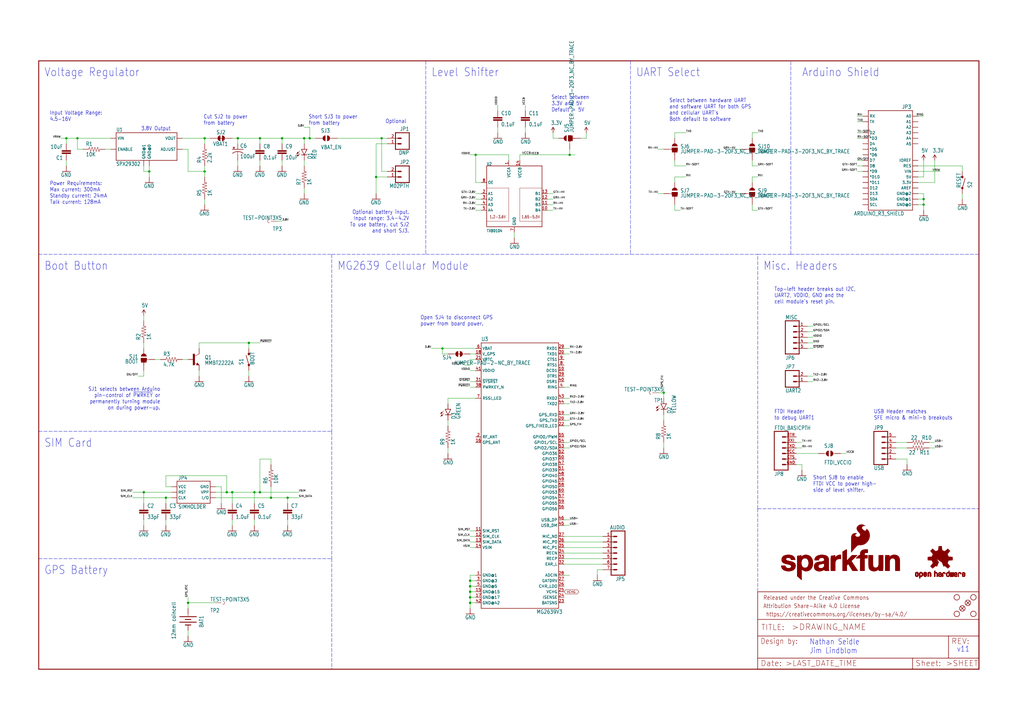
<source format=kicad_sch>
(kicad_sch (version 20211123) (generator eeschema)
  (paper "User" 470.306 327.05)
  (lib_symbols
    (symbol "eagleSchem-eagle-import:0.1UF-25V(+80{slash}-20%)(0603)"
      (property "Reference" "C" (at 1.524 2.921 0))
      (property "Value" "0.1UF-25V(+80{slash}-20%)(0603)" (at 1.524 -2.159 0))
      (symbol "0.1UF-25V(+80{slash}-20%)(0603)_1_0"
        (pin passive line (at 0 5.08 270) (length 2.54) (name "1") (number "1"))
        (pin passive line (at 0 -2.54 90) (length 2.54) (name "2") (number "2"))
      )
    )
    (symbol "eagleSchem-eagle-import:1.0UF-16V-10%(0603)"
      (property "Reference" "C" (at 1.524 2.921 0))
      (property "Value" "1.0UF-16V-10%(0603)" (at 1.524 -2.159 0))
      (symbol "1.0UF-16V-10%(0603)_1_0"
        (pin passive line (at 0 5.08 270) (length 2.54) (name "1") (number "1"))
        (pin passive line (at 0 -2.54 90) (length 2.54) (name "2") (number "2"))
      )
    )
    (symbol "eagleSchem-eagle-import:100UF-10V-10%(TANT)"
      (property "Reference" "C" (at 1.016 0.635 0))
      (property "Value" "100UF-10V-10%(TANT)" (at 1.016 -4.191 0))
      (symbol "100UF-10V-10%(TANT)_1_0"
        (pin passive line (at 0 2.54 270) (length 2.54) (name "+") (number "A"))
        (pin passive line (at 0 -5.08 90) (length 2.54) (name "-") (number "C"))
      )
    )
    (symbol "eagleSchem-eagle-import:10KOHM1{slash}10W1%(0603)0603"
      (property "Reference" "R" (at -3.81 1.4986 0))
      (property "Value" "10KOHM1{slash}10W1%(0603)0603" (at -3.81 -3.302 0))
      (symbol "10KOHM1{slash}10W1%(0603)0603_1_0"
        (pin passive line (at -5.08 0 0) (length 2.54) (name "1") (number "1"))
        (pin passive line (at 5.08 0 180) (length 2.54) (name "2") (number "2"))
      )
    )
    (symbol "eagleSchem-eagle-import:10UF50V20%(1210)"
      (property "Reference" "C" (at 1.524 2.921 0))
      (property "Value" "10UF50V20%(1210)" (at 1.524 -2.159 0))
      (symbol "10UF50V20%(1210)_1_0"
        (pin passive line (at 0 5.08 270) (length 2.54) (name "1") (number "1"))
        (pin passive line (at 0 -2.54 90) (length 2.54) (name "2") (number "2"))
      )
    )
    (symbol "eagleSchem-eagle-import:1KOHM1{slash}10W1%(0603)"
      (property "Reference" "R" (at -3.81 1.4986 0))
      (property "Value" "1KOHM1{slash}10W1%(0603)" (at -3.81 -3.302 0))
      (symbol "1KOHM1{slash}10W1%(0603)_1_0"
        (pin passive line (at -5.08 0 0) (length 2.54) (name "1") (number "1"))
        (pin passive line (at 5.08 0 180) (length 2.54) (name "2") (number "2"))
      )
    )
    (symbol "eagleSchem-eagle-import:2.2KOHM1{slash}10W1%(0603)"
      (property "Reference" "R" (at -3.81 1.4986 0))
      (property "Value" "2.2KOHM1{slash}10W1%(0603)" (at -3.81 -3.302 0))
      (symbol "2.2KOHM1{slash}10W1%(0603)_1_0"
        (pin passive line (at -5.08 0 0) (length 2.54) (name "1") (number "1"))
        (pin passive line (at 5.08 0 180) (length 2.54) (name "2") (number "2"))
      )
    )
    (symbol "eagleSchem-eagle-import:22OHM1{slash}10W1%(0603)"
      (property "Reference" "R" (at -3.81 1.4986 0))
      (property "Value" "22OHM1{slash}10W1%(0603)" (at -3.81 -3.302 0))
      (symbol "22OHM1{slash}10W1%(0603)_1_0"
        (pin passive line (at -5.08 0 0) (length 2.54) (name "1") (number "1"))
        (pin passive line (at 5.08 0 180) (length 2.54) (name "2") (number "2"))
      )
    )
    (symbol "eagleSchem-eagle-import:3.3V" (power)
      (property "Value" "3.3V" (at -1.016 3.556 0))
      (symbol "3.3V_1_0"
        (pin power_in line (at 0 0 90) (length 2.54) (name "3.3V") (number "1"))
      )
    )
    (symbol "eagleSchem-eagle-import:33PF-50V-5%-(0603)"
      (property "Reference" "C" (at 1.524 2.921 0))
      (property "Value" "33PF-50V-5%-(0603)" (at 1.524 -2.159 0))
      (symbol "33PF-50V-5%-(0603)_1_0"
        (pin passive line (at 0 5.08 270) (length 2.54) (name "1") (number "1"))
        (pin passive line (at 0 -2.54 90) (length 2.54) (name "2") (number "2"))
      )
    )
    (symbol "eagleSchem-eagle-import:4.7KOHM1{slash}10W1%(0603)"
      (property "Reference" "R" (at -3.81 1.4986 0))
      (property "Value" "4.7KOHM1{slash}10W1%(0603)" (at -3.81 -3.302 0))
      (symbol "4.7KOHM1{slash}10W1%(0603)_1_0"
        (pin passive line (at -5.08 0 0) (length 2.54) (name "1") (number "1"))
        (pin passive line (at 5.08 0 180) (length 2.54) (name "2") (number "2"))
      )
    )
    (symbol "eagleSchem-eagle-import:5V" (power)
      (property "Value" "5V" (at -1.016 3.556 0))
      (symbol "5V_1_0"
        (pin power_in line (at 0 0 90) (length 2.54) (name "5V") (number "1"))
      )
    )
    (symbol "eagleSchem-eagle-import:ARDUINO_R3_SHIELDNOLABELS"
      (property "Reference" "J" (at -9.652 21.082 0))
      (property "Value" "ARDUINO_R3_SHIELDNOLABELS" (at -6.35 -27.94 0))
      (symbol "ARDUINO_R3_SHIELDNOLABELS_1_0"
        (pin bidirectional line (at -12.7 -12.7 0) (length 2.54) (name "3.3V") (number "3.3V"))
        (pin bidirectional line (at -12.7 -10.16 0) (length 2.54) (name "5V") (number "5V"))
        (pin bidirectional line (at -12.7 17.78 0) (length 2.54) (name "A0") (number "A0"))
        (pin bidirectional line (at -12.7 15.24 0) (length 2.54) (name "A1") (number "A1"))
        (pin bidirectional line (at -12.7 12.7 0) (length 2.54) (name "A2") (number "A2"))
        (pin bidirectional line (at -12.7 10.16 0) (length 2.54) (name "A3") (number "A3"))
        (pin bidirectional line (at -12.7 7.62 0) (length 2.54) (name "A4") (number "A4"))
        (pin bidirectional line (at -12.7 5.08 0) (length 2.54) (name "A5") (number "A5"))
        (pin bidirectional line (at -12.7 -15.24 0) (length 2.54) (name "AREF") (number "AREF"))
        (pin bidirectional line (at 12.7 -10.16 180) (length 2.54) (name "*D10") (number "D10"))
        (pin bidirectional line (at 12.7 -12.7 180) (length 2.54) (name "*D11") (number "D11"))
        (pin bidirectional line (at 12.7 -15.24 180) (length 2.54) (name "D12") (number "D12"))
        (pin bidirectional line (at 12.7 -17.78 180) (length 2.54) (name "D13") (number "D13"))
        (pin bidirectional line (at 12.7 10.16 180) (length 2.54) (name "D2") (number "D2"))
        (pin bidirectional line (at 12.7 7.62 180) (length 2.54) (name "*D3") (number "D3"))
        (pin bidirectional line (at 12.7 5.08 180) (length 2.54) (name "D4") (number "D4"))
        (pin bidirectional line (at 12.7 2.54 180) (length 2.54) (name "*D5") (number "D5"))
        (pin bidirectional line (at 12.7 0 180) (length 2.54) (name "*D6") (number "D6"))
        (pin bidirectional line (at 12.7 -2.54 180) (length 2.54) (name "D7") (number "D7"))
        (pin bidirectional line (at 12.7 -5.08 180) (length 2.54) (name "D8") (number "D8"))
        (pin bidirectional line (at 12.7 -7.62 180) (length 2.54) (name "*D9") (number "D9"))
        (pin bidirectional line (at -12.7 -22.86 0) (length 2.54) (name "GND@0") (number "GND@0"))
        (pin bidirectional line (at -12.7 -20.32 0) (length 2.54) (name "GND@1") (number "GND@1"))
        (pin bidirectional line (at -12.7 -17.78 0) (length 2.54) (name "GND@2") (number "GND@2"))
        (pin bidirectional line (at -12.7 -2.54 0) (length 2.54) (name "IOREF") (number "IOREF"))
        (pin bidirectional line (at -12.7 -5.08 0) (length 2.54) (name "RES") (number "RES"))
        (pin bidirectional line (at 12.7 17.78 180) (length 2.54) (name "RX") (number "RX"))
        (pin bidirectional line (at 12.7 -22.86 180) (length 2.54) (name "SCL") (number "SCL"))
        (pin bidirectional line (at 12.7 -20.32 180) (length 2.54) (name "SDA") (number "SDA"))
        (pin bidirectional line (at 12.7 15.24 180) (length 2.54) (name "TX") (number "TX"))
        (pin bidirectional line (at -12.7 -7.62 0) (length 2.54) (name "VIN") (number "VIN"))
      )
    )
    (symbol "eagleSchem-eagle-import:BATTERY12MM"
      (property "Reference" "BAT" (at -3.81 5.08 0))
      (property "Value" "BATTERY12MM" (at -3.81 -6.35 0))
      (symbol "BATTERY12MM_1_0"
        (pin power_in line (at 5.08 0 180) (length 2.54) (name "-") (number "GND"))
        (pin power_in line (at -5.08 0 0) (length 2.54) (name "+") (number "PWR@1"))
      )
    )
    (symbol "eagleSchem-eagle-import:FIDUCIAL1X2")
    (symbol "eagleSchem-eagle-import:FRAME-LEDGER"
      (symbol "FRAME-LEDGER_2_0"
        (text " https://creativecommons.org/licenses/by-sa/4.0/" (at 2.54 24.13 0) (effects (font (size 1.9304 1.6408)) (justify left bottom)))
        (text ">DRAWING_NAME" (at 15.494 17.78 0) (effects (font (size 2.7432 2.7432)) (justify left bottom)))
        (text ">LAST_DATE_TIME" (at 12.7 1.27 0) (effects (font (size 2.54 2.54)) (justify left bottom)))
        (text ">SHEET" (at 86.36 1.27 0) (effects (font (size 2.54 2.54)) (justify left bottom)))
        (text "Attribution Share-Alike 4.0 License" (at 2.54 27.94 0) (effects (font (size 1.9304 1.6408)) (justify left bottom)))
        (text "Date:" (at 1.27 1.27 0) (effects (font (size 2.54 2.54)) (justify left bottom)))
        (text "Design by:" (at 1.27 11.43 0) (effects (font (size 2.54 2.159)) (justify left bottom)))
        (text "Released under the Creative Commons" (at 2.54 31.75 0) (effects (font (size 1.9304 1.6408)) (justify left bottom)))
        (text "REV:" (at 88.9 11.43 0) (effects (font (size 2.54 2.54)) (justify left bottom)))
        (text "Sheet:" (at 72.39 1.27 0) (effects (font (size 2.54 2.54)) (justify left bottom)))
        (text "TITLE:" (at 1.524 17.78 0) (effects (font (size 2.54 2.54)) (justify left bottom)))
      )
    )
    (symbol "eagleSchem-eagle-import:FTDI_BASICPTH"
      (property "Reference" "JP" (at -5.08 10.922 0))
      (property "Value" "FTDI_BASICPTH" (at -5.08 -10.16 0))
      (symbol "FTDI_BASICPTH_1_0"
        (pin passive line (at 5.08 5.08 180) (length 5.08) (name "5") (number "CTS"))
        (pin passive line (at 5.08 -5.08 180) (length 5.08) (name "1") (number "DTR"))
        (pin passive line (at 5.08 7.62 180) (length 5.08) (name "6") (number "GND"))
        (pin passive line (at 5.08 -2.54 180) (length 5.08) (name "2") (number "RXI"))
        (pin passive line (at 5.08 0 180) (length 5.08) (name "3") (number "TXO"))
        (pin passive line (at 5.08 2.54 180) (length 5.08) (name "4") (number "VCC"))
      )
    )
    (symbol "eagleSchem-eagle-import:GND" (power)
      (property "Value" "GND" (at -2.54 -2.54 0))
      (symbol "GND_1_0"
        (pin power_in line (at 0 2.54 270) (length 2.54) (name "GND") (number "1"))
      )
    )
    (symbol "eagleSchem-eagle-import:JUMPER-PAD-2-NC_BY_TRACE"
      (property "Reference" "SJ" (at -2.54 2.54 0))
      (property "Value" "JUMPER-PAD-2-NC_BY_TRACE" (at -2.54 -5.08 0))
      (symbol "JUMPER-PAD-2-NC_BY_TRACE_1_0"
        (pin passive line (at -5.08 0 0) (length 2.54) (name "1") (number "1"))
        (pin passive line (at 5.08 0 180) (length 2.54) (name "2") (number "2"))
      )
    )
    (symbol "eagleSchem-eagle-import:JUMPER-PAD-2-NOYES_SILK"
      (property "Reference" "SJ" (at -2.54 2.54 0))
      (property "Value" "JUMPER-PAD-2-NOYES_SILK" (at -2.54 -5.08 0))
      (symbol "JUMPER-PAD-2-NOYES_SILK_1_0"
        (pin passive line (at -5.08 0 0) (length 2.54) (name "1") (number "1"))
        (pin passive line (at 5.08 0 180) (length 2.54) (name "2") (number "2"))
      )
    )
    (symbol "eagleSchem-eagle-import:JUMPER-PAD-3-2OF3_NC_BY_TRACE"
      (property "Reference" "SJ" (at 2.54 0.381 0))
      (property "Value" "JUMPER-PAD-3-2OF3_NC_BY_TRACE" (at 2.54 -1.905 0))
      (symbol "JUMPER-PAD-3-2OF3_NC_BY_TRACE_1_0"
        (pin passive line (at 0 5.08 270) (length 2.54) (name "1") (number "1"))
        (pin passive line (at -5.08 0 0) (length 2.54) (name "2") (number "2"))
        (pin passive line (at 0 -5.08 90) (length 2.54) (name "3") (number "3"))
      )
    )
    (symbol "eagleSchem-eagle-import:LED-GREENLARGE"
      (property "Reference" "D" (at 3.556 -4.572 90))
      (property "Value" "LED-GREENLARGE" (at 5.715 -4.572 90))
      (symbol "LED-GREENLARGE_1_0"
        (pin passive line (at 0 2.54 270) (length 2.54) (name "A") (number "A"))
        (pin passive line (at 0 -5.08 90) (length 2.54) (name "C") (number "C"))
      )
    )
    (symbol "eagleSchem-eagle-import:LED-RED1206"
      (property "Reference" "D" (at 3.556 -4.572 90))
      (property "Value" "LED-RED1206" (at 5.715 -4.572 90))
      (symbol "LED-RED1206_1_0"
        (pin passive line (at 0 2.54 270) (length 2.54) (name "A") (number "A"))
        (pin passive line (at 0 -5.08 90) (length 2.54) (name "C") (number "C"))
      )
    )
    (symbol "eagleSchem-eagle-import:LED-YELLOWLARGE"
      (property "Reference" "D" (at 3.556 -4.572 90))
      (property "Value" "LED-YELLOWLARGE" (at 5.715 -4.572 90))
      (symbol "LED-YELLOWLARGE_1_0"
        (pin passive line (at 0 2.54 270) (length 2.54) (name "A") (number "A"))
        (pin passive line (at 0 -5.08 90) (length 2.54) (name "C") (number "C"))
      )
    )
    (symbol "eagleSchem-eagle-import:M02JST-PTH-2"
      (property "Reference" "JP" (at -2.54 5.842 0))
      (property "Value" "M02JST-PTH-2" (at -2.54 -5.08 0))
      (symbol "M02JST-PTH-2_1_0"
        (pin passive line (at 7.62 0 180) (length 5.08) (name "1") (number "1"))
        (pin passive line (at 7.62 2.54 180) (length 5.08) (name "2") (number "2"))
      )
    )
    (symbol "eagleSchem-eagle-import:M02PTH"
      (property "Reference" "JP" (at -2.54 5.842 0))
      (property "Value" "M02PTH" (at -2.54 -5.08 0))
      (symbol "M02PTH_1_0"
        (pin passive line (at 7.62 0 180) (length 5.08) (name "1") (number "1"))
        (pin passive line (at 7.62 2.54 180) (length 5.08) (name "2") (number "2"))
      )
    )
    (symbol "eagleSchem-eagle-import:M05PTH"
      (property "Reference" "JP" (at -2.54 8.382 0))
      (property "Value" "M05PTH" (at -2.54 -10.16 0))
      (symbol "M05PTH_1_0"
        (pin passive line (at 7.62 -5.08 180) (length 5.08) (name "1") (number "1"))
        (pin passive line (at 7.62 -2.54 180) (length 5.08) (name "2") (number "2"))
        (pin passive line (at 7.62 0 180) (length 5.08) (name "3") (number "3"))
        (pin passive line (at 7.62 2.54 180) (length 5.08) (name "4") (number "4"))
        (pin passive line (at 7.62 5.08 180) (length 5.08) (name "5") (number "5"))
      )
    )
    (symbol "eagleSchem-eagle-import:M07"
      (property "Reference" "JP" (at -5.08 13.462 0))
      (property "Value" "M07" (at -5.08 -10.16 0))
      (symbol "M07_1_0"
        (pin passive line (at 5.08 -5.08 180) (length 5.08) (name "1") (number "1"))
        (pin passive line (at 5.08 -2.54 180) (length 5.08) (name "2") (number "2"))
        (pin passive line (at 5.08 0 180) (length 5.08) (name "3") (number "3"))
        (pin passive line (at 5.08 2.54 180) (length 5.08) (name "4") (number "4"))
        (pin passive line (at 5.08 5.08 180) (length 5.08) (name "5") (number "5"))
        (pin passive line (at 5.08 7.62 180) (length 5.08) (name "6") (number "6"))
        (pin passive line (at 5.08 10.16 180) (length 5.08) (name "7") (number "7"))
      )
    )
    (symbol "eagleSchem-eagle-import:MG2639V3"
      (property "Reference" "U" (at -17.78 59.182 0))
      (property "Value" "MG2639V3" (at 7.62 -66.04 0))
      (symbol "MG2639V3_1_0"
        (pin power_in line (at -20.32 -48.26 0) (length 2.54) (name "GND@1") (number "1"))
        (pin output line (at 20.32 45.72 180) (length 2.54) (name "DCD1") (number "10"))
        (pin output line (at -20.32 -27.94 0) (length 2.54) (name "SIM_RST") (number "11"))
        (pin output line (at -20.32 -30.48 0) (length 2.54) (name "SIM_CLK") (number "12"))
        (pin bidirectional line (at -20.32 -33.02 0) (length 2.54) (name "SIM_DATA") (number "13"))
        (pin output line (at -20.32 -35.56 0) (length 2.54) (name "VSIM") (number "14"))
        (pin power_in line (at -20.32 -55.88 0) (length 2.54) (name "GND@15") (number "15"))
        (pin input line (at -20.32 12.7 0) (length 2.54) (name "GPS_ANT") (number "16"))
        (pin power_in line (at -20.32 -58.42 0) (length 2.54) (name "GND@17") (number "17"))
        (pin power_in line (at -20.32 53.34 0) (length 2.54) (name "V_GPS") (number "18"))
        (pin input line (at 20.32 25.4 180) (length 2.54) (name "GPS_RXD") (number "19"))
        (pin bidirectional line (at -20.32 15.24 0) (length 2.54) (name "RF_ANT") (number "2"))
        (pin output line (at 20.32 22.86 180) (length 2.54) (name "GPS_TXD") (number "20"))
        (pin power_in line (at -20.32 50.8 0) (length 2.54) (name "VRTC") (number "21"))
        (pin output line (at 20.32 20.32 180) (length 2.54) (name "GPS_FIXED_LED") (number "22"))
        (pin input line (at 20.32 -60.96 180) (length 2.54) (name "BATSNS") (number "23"))
        (pin input line (at 20.32 -58.42 180) (length 2.54) (name "ISENSE") (number "24"))
        (pin power_in line (at 20.32 -55.88 180) (length 2.54) (name "VCHG") (number "25"))
        (pin output line (at 20.32 -53.34 180) (length 2.54) (name "CHR_LDO") (number "26"))
        (pin output line (at 20.32 -50.8 180) (length 2.54) (name "GATDRV") (number "27"))
        (pin input line (at 20.32 -48.26 180) (length 2.54) (name "ADCIN") (number "28"))
        (pin input line (at 20.32 55.88 180) (length 2.54) (name "RXD1") (number "29"))
        (pin power_in line (at -20.32 -50.8 0) (length 2.54) (name "GND@3") (number "3"))
        (pin output line (at 20.32 53.34 180) (length 2.54) (name "TXD1") (number "30"))
        (pin input line (at -20.32 40.64 0) (length 2.54) (name "~{SYSRST}") (number "31"))
        (pin output line (at 20.32 -43.18 180) (length 2.54) (name "EAR_L") (number "32"))
        (pin output line (at 20.32 -40.64 180) (length 2.54) (name "RECP") (number "33"))
        (pin output line (at 20.32 -38.1 180) (length 2.54) (name "RECN") (number "34"))
        (pin input line (at 20.32 -35.56 180) (length 2.54) (name "MIC_P1") (number "35"))
        (pin input line (at 20.32 -33.02 180) (length 2.54) (name "MIC_P0") (number "36"))
        (pin input line (at 20.32 -30.48 180) (length 2.54) (name "MIC_N0") (number "37"))
        (pin input line (at -20.32 38.1 0) (length 2.54) (name "PWRKEY_N") (number "38"))
        (pin input line (at 20.32 43.18 180) (length 2.54) (name "DTR1") (number "39"))
        (pin output line (at 20.32 38.1 180) (length 2.54) (name "RING") (number "4"))
        (pin output line (at 20.32 40.64 180) (length 2.54) (name "DSR1") (number "40"))
        (pin output line (at -20.32 45.72 0) (length 2.54) (name "VDDIO") (number "41"))
        (pin power_in line (at -20.32 -60.96 0) (length 2.54) (name "GND@42") (number "42"))
        (pin input line (at 20.32 33.02 180) (length 2.54) (name "RXD2") (number "43"))
        (pin output line (at 20.32 30.48 180) (length 2.54) (name "TXD2") (number "44"))
        (pin bidirectional line (at 20.32 -25.4 180) (length 2.54) (name "USB_DM") (number "45"))
        (pin bidirectional line (at 20.32 -22.86 180) (length 2.54) (name "USB_DP") (number "46"))
        (pin bidirectional line (at 20.32 2.54 180) (length 2.54) (name "GPIO38") (number "47"))
        (pin bidirectional line (at 20.32 -2.54 180) (length 2.54) (name "GPIO40") (number "48"))
        (pin bidirectional line (at 20.32 -5.08 180) (length 2.54) (name "GPIO46") (number "49"))
        (pin power_in line (at -20.32 -53.34 0) (length 2.54) (name "GND@5") (number "5"))
        (pin bidirectional line (at 20.32 5.08 180) (length 2.54) (name "GPIO37") (number "50"))
        (pin bidirectional line (at 20.32 0 180) (length 2.54) (name "GPIO39") (number "51"))
        (pin bidirectional line (at 20.32 7.62 180) (length 2.54) (name "GPIO36") (number "52"))
        (pin bidirectional line (at 20.32 10.16 180) (length 2.54) (name "GPIO2/SDA") (number "53"))
        (pin bidirectional line (at 20.32 12.7 180) (length 2.54) (name "GPIO1/SCL") (number "54"))
        (pin bidirectional line (at 20.32 15.24 180) (length 2.54) (name "GPIO0/PWM") (number "55"))
        (pin bidirectional line (at 20.32 -17.78 180) (length 2.54) (name "GPIO56") (number "56"))
        (pin bidirectional line (at 20.32 -12.7 180) (length 2.54) (name "GPIO54") (number "57"))
        (pin bidirectional line (at 20.32 -7.62 180) (length 2.54) (name "GPIO50") (number "58"))
        (pin bidirectional line (at 20.32 -15.24 180) (length 2.54) (name "GPIO55") (number "59"))
        (pin power_in line (at -20.32 55.88 0) (length 2.54) (name "VBAT") (number "6"))
        (pin bidirectional line (at 20.32 -10.16 180) (length 2.54) (name "GPIO53") (number "60"))
        (pin output line (at -20.32 33.02 0) (length 2.54) (name "RSSI_LED") (number "7"))
        (pin output line (at 20.32 48.26 180) (length 2.54) (name "RTS1") (number "8"))
        (pin input line (at 20.32 50.8 180) (length 2.54) (name "CTS1") (number "9"))
      )
    )
    (symbol "eagleSchem-eagle-import:OSHW-LOGOS")
    (symbol "eagleSchem-eagle-import:SFE_LOGO_NAME.1_INCH")
    (symbol "eagleSchem-eagle-import:SFE_LOGO_NAME_FLAME.2_INCH")
    (symbol "eagleSchem-eagle-import:SIMHOLDERSIM"
      (property "Reference" "J" (at -7.112 5.588 0))
      (property "Value" "SIMHOLDERSIM" (at -7.112 -7.62 0))
      (symbol "SIMHOLDERSIM_1_0"
        (pin power_in line (at -10.16 2.54 0) (length 2.54) (name "VCC") (number "C1"))
        (pin input line (at -10.16 0 0) (length 2.54) (name "RST") (number "C2"))
        (pin input line (at -10.16 -2.54 0) (length 2.54) (name "CLK") (number "C3"))
        (pin power_in line (at 10.16 2.54 180) (length 2.54) (name "GND") (number "C5"))
        (pin input line (at 10.16 0 180) (length 2.54) (name "VPP") (number "C6"))
        (pin bidirectional line (at 10.16 -2.54 180) (length 2.54) (name "I/O") (number "C7"))
      )
    )
    (symbol "eagleSchem-eagle-import:SPX29302"
      (property "Reference" "U" (at -12.7 5.588 0))
      (property "Value" "SPX29302" (at -12.7 -10.16 0))
      (symbol "SPX29302_1_0"
        (pin bidirectional line (at -15.24 -2.54 0) (length 2.54) (name "ENABLE") (number "1"))
        (pin bidirectional line (at -15.24 2.54 0) (length 2.54) (name "VIN") (number "2"))
        (pin bidirectional line (at 0 -10.16 90) (length 2.54) (name "GND@1") (number "3"))
        (pin bidirectional line (at 17.78 2.54 180) (length 2.54) (name "VOUT") (number "4"))
        (pin bidirectional line (at 17.78 -2.54 180) (length 2.54) (name "ADJUST") (number "5"))
        (pin bidirectional line (at 2.54 -10.16 90) (length 2.54) (name "GND@0") (number "6"))
      )
    )
    (symbol "eagleSchem-eagle-import:STAND-OFF")
    (symbol "eagleSchem-eagle-import:SWITCH-MOMENTARY-2SMD"
      (property "Reference" "S" (at -2.54 2.54 0))
      (property "Value" "SWITCH-MOMENTARY-2SMD" (at -2.54 -2.54 0))
      (symbol "SWITCH-MOMENTARY-2SMD_1_0"
        (pin passive line (at -5.08 0 0) (length 2.54) (name "1") (number "1"))
        (pin passive line (at 5.08 0 180) (length 2.54) (name "2") (number "3"))
      )
    )
    (symbol "eagleSchem-eagle-import:TEST-POINT3X5"
      (property "Reference" "TP" (at -2.54 2.54 0))
      (property "Value" "TEST-POINT3X5" (at -2.54 -2.54 0))
      (symbol "TEST-POINT3X5_1_0"
        (pin bidirectional line (at 0 0 180) (length 0) (name "1") (number "P$1"))
      )
    )
    (symbol "eagleSchem-eagle-import:TRANSISTOR_NPNMMBT2222A"
      (property "Reference" "Q" (at 5.08 0 0))
      (property "Value" "TRANSISTOR_NPNMMBT2222A" (at 5.08 -2.54 0))
      (symbol "TRANSISTOR_NPNMMBT2222A_1_0"
        (pin passive line (at -2.54 0 0) (length 2.54) (name "B") (number "1"))
        (pin passive line (at 2.54 -5.08 90) (length 2.54) (name "E") (number "2"))
        (pin passive line (at 2.54 5.08 270) (length 2.54) (name "C") (number "3"))
      )
    )
    (symbol "eagleSchem-eagle-import:TXB0104PWRSOIC14"
      (property "Reference" "U" (at -12.7 17.78 0))
      (property "Value" "TXB0104PWRSOIC14" (at -12.7 -15.24 0))
      (symbol "TXB0104PWRSOIC14_1_0"
        (text "1.2-3.6V" (at -11.43 -8.89 0) (effects (font (size 1.27 1.0795)) (justify left bottom)))
        (text "1.65-5.5V" (at 3.175 -8.89 0) (effects (font (size 1.27 1.0795)) (justify left bottom)))
        (pin bidirectional line (at -2.54 17.78 270) (length 2.54) (name "VCCA") (number "1"))
        (pin bidirectional line (at 15.24 -5.08 180) (length 2.54) (name "B4") (number "10"))
        (pin bidirectional line (at 15.24 -2.54 180) (length 2.54) (name "B3") (number "11"))
        (pin bidirectional line (at 15.24 0 180) (length 2.54) (name "B2") (number "12"))
        (pin bidirectional line (at 15.24 2.54 180) (length 2.54) (name "B1") (number "13"))
        (pin bidirectional line (at 2.54 17.78 270) (length 2.54) (name "VCCB") (number "14"))
        (pin bidirectional line (at -15.24 2.54 0) (length 2.54) (name "A1") (number "2"))
        (pin bidirectional line (at -15.24 0 0) (length 2.54) (name "A2") (number "3"))
        (pin bidirectional line (at -15.24 -2.54 0) (length 2.54) (name "A3") (number "4"))
        (pin bidirectional line (at -15.24 -5.08 0) (length 2.54) (name "A4") (number "5"))
        (pin bidirectional line (at 0 -15.24 90) (length 2.54) (name "GND") (number "7"))
        (pin bidirectional line (at -15.24 7.62 0) (length 2.54) (name "OE") (number "8"))
      )
    )
  )
  (junction (at 261.62 71.12))
  (junction (at 116.84 226.06))
  (junction (at 139.7 63.5))
  (junction (at 304.8 180.34))
  (junction (at 119.38 63.5))
  (junction (at 93.98 63.5))
  (junction (at 215.9 274.32))
  (junction (at 129.54 63.5))
  (junction (at 119.38 226.06))
  (junction (at 124.46 228.6))
  (junction (at 215.9 276.86))
  (junction (at 215.9 266.7))
  (junction (at 106.68 226.06))
  (junction (at 114.3 157.48))
  (junction (at 66.04 226.06))
  (junction (at 109.22 63.5))
  (junction (at 203.2 160.02))
  (junction (at 86.36 276.86))
  (junction (at 215.9 269.24))
  (junction (at 30.48 63.5))
  (junction (at 76.2 228.6))
  (junction (at 172.72 81.28))
  (junction (at 35.56 63.5))
  (junction (at 424.18 93.98))
  (junction (at 132.08 228.6))
  (junction (at 142.24 63.5))
  (junction (at 68.58 78.74))
  (junction (at 424.18 91.44))
  (junction (at 218.44 71.12))
  (junction (at 215.9 271.78))
  (junction (at 175.26 63.5))
  (junction (at 104.14 226.06))
  (junction (at 93.98 78.74))
  (wire (pts (xy 76.2 218.44) (xy 76.2 223.52)))
  (wire (pts (xy 218.44 248.92) (xy 215.9 248.92)))
  (wire (pts (xy 127 101.6) (xy 129.54 101.6)))
  (wire (pts (xy 365.76 213.36) (xy 368.3 213.36)))
  (wire (pts (xy 304.8 68.58) (xy 302.26 68.58)))
  (wire (pts (xy 218.44 162.56) (xy 215.9 162.56)))
  (wire (pts (xy 396.24 78.74) (xy 393.7 78.74)))
  (wire (pts (xy 424.18 88.9) (xy 424.18 91.44)))
  (wire (pts (xy 177.8 78.74) (xy 175.26 78.74)))
  (wire (pts (xy 30.48 76.2) (xy 30.48 73.66)))
  (wire (pts (xy 68.58 78.74) (xy 68.58 76.2)))
  (wire (pts (xy 129.54 66.04) (xy 129.54 63.5)))
  (wire (pts (xy 238.76 73.66) (xy 238.76 71.12)))
  (wire (pts (xy 38.1 68.58) (xy 35.56 68.58)))
  (wire (pts (xy 91.44 160.02) (xy 91.44 157.48)))
  (wire (pts (xy 66.04 76.2) (xy 66.04 78.74)))
  (wire (pts (xy 345.44 73.66) (xy 345.44 76.2)))
  (wire (pts (xy 241.3 50.8) (xy 241.3 48.26)))
  (wire (pts (xy 309.88 63.5) (xy 309.88 60.96)))
  (wire (pts (xy 228.6 60.96) (xy 228.6 58.42)))
  (wire (pts (xy 114.3 157.48) (xy 119.38 157.48)))
  (wire (pts (xy 114.3 170.18) (xy 114.3 172.72)))
  (wire (pts (xy 78.74 226.06) (xy 66.04 226.06)))
  (wire (pts (xy 424.18 81.28) (xy 424.18 73.66)))
  (wire (pts (xy 426.72 205.74) (xy 429.26 205.74)))
  (polyline (pts (xy 152.4 116.84) (xy 195.58 116.84)))
  (wire (pts (xy 309.88 96.52) (xy 312.42 96.52)))
  (wire (pts (xy 424.18 93.98) (xy 424.18 96.52)))
  (polyline (pts (xy 347.98 233.68) (xy 449.58 233.68)))
  (wire (pts (xy 370.84 152.4) (xy 373.38 152.4)))
  (wire (pts (xy 396.24 55.88) (xy 393.7 55.88)))
  (wire (pts (xy 251.46 96.52) (xy 254 96.52)))
  (wire (pts (xy 218.44 175.26) (xy 215.9 175.26)))
  (wire (pts (xy 370.84 160.02) (xy 373.38 160.02)))
  (wire (pts (xy 66.04 144.78) (xy 66.04 147.32)))
  (wire (pts (xy 86.36 78.74) (xy 93.98 78.74)))
  (wire (pts (xy 309.88 60.96) (xy 314.96 60.96)))
  (wire (pts (xy 396.24 53.34) (xy 393.7 53.34)))
  (wire (pts (xy 177.8 81.28) (xy 172.72 81.28)))
  (wire (pts (xy 345.44 83.82) (xy 345.44 81.28)))
  (wire (pts (xy 259.08 160.02) (xy 261.62 160.02)))
  (wire (pts (xy 236.22 106.68) (xy 236.22 109.22)))
  (wire (pts (xy 220.98 93.98) (xy 218.44 93.98)))
  (wire (pts (xy 104.14 218.44) (xy 76.2 218.44)))
  (wire (pts (xy 218.44 264.16) (xy 215.9 264.16)))
  (wire (pts (xy 99.06 226.06) (xy 104.14 226.06)))
  (wire (pts (xy 259.08 241.3) (xy 261.62 241.3)))
  (wire (pts (xy 91.44 172.72) (xy 91.44 170.18)))
  (wire (pts (xy 259.08 238.76) (xy 261.62 238.76)))
  (wire (pts (xy 370.84 154.94) (xy 373.38 154.94)))
  (wire (pts (xy 124.46 223.52) (xy 124.46 228.6)))
  (wire (pts (xy 220.98 83.82) (xy 218.44 83.82)))
  (wire (pts (xy 261.62 71.12) (xy 264.16 71.12)))
  (wire (pts (xy 254 63.5) (xy 254 60.96)))
  (wire (pts (xy 370.84 149.86) (xy 373.38 149.86)))
  (wire (pts (xy 228.6 50.8) (xy 228.6 48.26)))
  (wire (pts (xy 142.24 58.42) (xy 139.7 58.42)))
  (wire (pts (xy 30.48 66.04) (xy 30.48 63.5)))
  (wire (pts (xy 106.68 231.14) (xy 106.68 226.06)))
  (wire (pts (xy 124.46 213.36) (xy 124.46 210.82)))
  (wire (pts (xy 259.08 162.56) (xy 261.62 162.56)))
  (wire (pts (xy 76.2 228.6) (xy 60.96 228.6)))
  (wire (pts (xy 218.44 182.88) (xy 205.74 182.88)))
  (wire (pts (xy 259.08 190.5) (xy 261.62 190.5)))
  (wire (pts (xy 76.2 241.3) (xy 76.2 238.76)))
  (wire (pts (xy 71.12 165.1) (xy 73.66 165.1)))
  (wire (pts (xy 86.36 289.56) (xy 86.36 292.1)))
  (wire (pts (xy 218.44 83.82) (xy 218.44 71.12)))
  (wire (pts (xy 132.08 228.6) (xy 137.16 228.6)))
  (wire (pts (xy 129.54 76.2) (xy 129.54 73.66)))
  (polyline (pts (xy 347.98 116.84) (xy 363.22 116.84)))
  (wire (pts (xy 218.44 170.18) (xy 215.9 170.18)))
  (wire (pts (xy 215.9 266.7) (xy 215.9 269.24)))
  (wire (pts (xy 218.44 160.02) (xy 203.2 160.02)))
  (wire (pts (xy 93.98 91.44) (xy 93.98 93.98)))
  (wire (pts (xy 106.68 63.5) (xy 109.22 63.5)))
  (wire (pts (xy 218.44 177.8) (xy 215.9 177.8)))
  (wire (pts (xy 345.44 81.28) (xy 347.98 81.28)))
  (wire (pts (xy 368.3 213.36) (xy 368.3 215.9)))
  (wire (pts (xy 220.98 91.44) (xy 218.44 91.44)))
  (wire (pts (xy 251.46 88.9) (xy 254 88.9)))
  (wire (pts (xy 109.22 63.5) (xy 109.22 66.04)))
  (polyline (pts (xy 17.78 116.84) (xy 152.4 116.84)))
  (wire (pts (xy 215.9 167.64) (xy 213.36 167.64)))
  (wire (pts (xy 421.64 91.44) (xy 424.18 91.44)))
  (wire (pts (xy 261.62 71.12) (xy 261.62 68.58)))
  (wire (pts (xy 86.36 165.1) (xy 83.82 165.1)))
  (polyline (pts (xy 152.4 256.54) (xy 152.4 307.34)))
  (wire (pts (xy 132.08 241.3) (xy 132.08 238.76)))
  (wire (pts (xy 421.64 76.2) (xy 441.96 76.2)))
  (wire (pts (xy 203.2 160.02) (xy 198.12 160.02)))
  (wire (pts (xy 215.9 269.24) (xy 215.9 271.78)))
  (wire (pts (xy 91.44 157.48) (xy 114.3 157.48)))
  (wire (pts (xy 411.48 210.82) (xy 416.56 210.82)))
  (wire (pts (xy 416.56 203.2) (xy 411.48 203.2)))
  (wire (pts (xy 259.08 185.42) (xy 261.62 185.42)))
  (wire (pts (xy 304.8 190.5) (xy 304.8 193.04)))
  (wire (pts (xy 421.64 93.98) (xy 424.18 93.98)))
  (polyline (pts (xy 289.56 27.94) (xy 289.56 116.84)))
  (wire (pts (xy 266.7 63.5) (xy 269.24 63.5)))
  (wire (pts (xy 101.6 223.52) (xy 101.6 231.14)))
  (wire (pts (xy 276.86 261.62) (xy 274.32 261.62)))
  (wire (pts (xy 66.04 160.02) (xy 66.04 157.48)))
  (wire (pts (xy 218.44 269.24) (xy 215.9 269.24)))
  (wire (pts (xy 238.76 71.12) (xy 261.62 71.12)))
  (wire (pts (xy 259.08 182.88) (xy 261.62 182.88)))
  (wire (pts (xy 66.04 172.72) (xy 66.04 170.18)))
  (wire (pts (xy 218.44 271.78) (xy 215.9 271.78)))
  (wire (pts (xy 78.74 223.52) (xy 76.2 223.52)))
  (wire (pts (xy 421.64 81.28) (xy 424.18 81.28)))
  (wire (pts (xy 99.06 276.86) (xy 86.36 276.86)))
  (polyline (pts (xy 363.22 116.84) (xy 363.22 27.94)))
  (polyline (pts (xy 363.22 116.84) (xy 449.58 116.84)))
  (wire (pts (xy 114.3 160.02) (xy 114.3 157.48)))
  (wire (pts (xy 139.7 63.5) (xy 142.24 63.5)))
  (wire (pts (xy 259.08 193.04) (xy 261.62 193.04)))
  (wire (pts (xy 218.44 243.84) (xy 215.9 243.84)))
  (wire (pts (xy 251.46 93.98) (xy 254 93.98)))
  (wire (pts (xy 119.38 210.82) (xy 124.46 210.82)))
  (wire (pts (xy 109.22 73.66) (xy 109.22 76.2)))
  (wire (pts (xy 345.44 63.5) (xy 345.44 60.96)))
  (wire (pts (xy 424.18 91.44) (xy 424.18 93.98)))
  (wire (pts (xy 116.84 241.3) (xy 116.84 238.76)))
  (wire (pts (xy 345.44 60.96) (xy 347.98 60.96)))
  (wire (pts (xy 365.76 208.28) (xy 375.92 208.28)))
  (wire (pts (xy 429.26 83.82) (xy 429.26 73.66)))
  (wire (pts (xy 139.7 73.66) (xy 139.7 76.2)))
  (wire (pts (xy 205.74 208.28) (xy 205.74 205.74)))
  (wire (pts (xy 218.44 165.1) (xy 215.9 165.1)))
  (wire (pts (xy 274.32 261.62) (xy 274.32 264.16)))
  (wire (pts (xy 259.08 195.58) (xy 261.62 195.58)))
  (wire (pts (xy 259.08 254) (xy 276.86 254)))
  (wire (pts (xy 340.36 68.58) (xy 337.82 68.58)))
  (wire (pts (xy 106.68 241.3) (xy 106.68 238.76)))
  (wire (pts (xy 220.98 88.9) (xy 218.44 88.9)))
  (wire (pts (xy 139.7 86.36) (xy 139.7 88.9)))
  (wire (pts (xy 309.88 76.2) (xy 314.96 76.2)))
  (wire (pts (xy 345.44 76.2) (xy 347.98 76.2)))
  (wire (pts (xy 269.24 63.5) (xy 269.24 60.96)))
  (wire (pts (xy 309.88 81.28) (xy 314.96 81.28)))
  (wire (pts (xy 256.54 63.5) (xy 254 63.5)))
  (wire (pts (xy 203.2 162.56) (xy 203.2 160.02)))
  (wire (pts (xy 309.88 93.98) (xy 309.88 96.52)))
  (polyline (pts (xy 347.98 271.78) (xy 347.98 233.68)))
  (wire (pts (xy 35.56 63.5) (xy 30.48 63.5)))
  (wire (pts (xy 124.46 228.6) (xy 132.08 228.6)))
  (wire (pts (xy 116.84 231.14) (xy 116.84 226.06)))
  (wire (pts (xy 218.44 266.7) (xy 215.9 266.7)))
  (wire (pts (xy 259.08 203.2) (xy 261.62 203.2)))
  (wire (pts (xy 68.58 81.28) (xy 68.58 78.74)))
  (wire (pts (xy 119.38 76.2) (xy 119.38 73.66)))
  (polyline (pts (xy 17.78 198.12) (xy 152.4 198.12)))
  (wire (pts (xy 172.72 66.04) (xy 172.72 81.28)))
  (wire (pts (xy 421.64 88.9) (xy 424.18 88.9)))
  (wire (pts (xy 66.04 172.72) (xy 63.5 172.72)))
  (wire (pts (xy 340.36 88.9) (xy 337.82 88.9)))
  (wire (pts (xy 177.8 66.04) (xy 172.72 66.04)))
  (wire (pts (xy 259.08 264.16) (xy 261.62 264.16)))
  (wire (pts (xy 396.24 73.66) (xy 393.7 73.66)))
  (wire (pts (xy 86.36 279.4) (xy 86.36 276.86)))
  (wire (pts (xy 132.08 231.14) (xy 132.08 228.6)))
  (wire (pts (xy 345.44 93.98) (xy 345.44 96.52)))
  (wire (pts (xy 259.08 248.92) (xy 276.86 248.92)))
  (wire (pts (xy 259.08 256.54) (xy 276.86 256.54)))
  (wire (pts (xy 233.68 73.66) (xy 233.68 71.12)))
  (wire (pts (xy 304.8 180.34) (xy 304.8 177.8)))
  (wire (pts (xy 215.9 271.78) (xy 215.9 274.32)))
  (wire (pts (xy 218.44 71.12) (xy 215.9 71.12)))
  (wire (pts (xy 175.26 63.5) (xy 154.94 63.5)))
  (wire (pts (xy 365.76 203.2) (xy 368.3 203.2)))
  (wire (pts (xy 215.9 264.16) (xy 215.9 266.7)))
  (wire (pts (xy 83.82 68.58) (xy 86.36 68.58)))
  (wire (pts (xy 421.64 83.82) (xy 429.26 83.82)))
  (wire (pts (xy 233.68 71.12) (xy 218.44 71.12)))
  (wire (pts (xy 259.08 205.74) (xy 261.62 205.74)))
  (wire (pts (xy 386.08 208.28) (xy 388.62 208.28)))
  (wire (pts (xy 215.9 276.86) (xy 215.9 279.4)))
  (wire (pts (xy 83.82 63.5) (xy 93.98 63.5)))
  (wire (pts (xy 109.22 63.5) (xy 119.38 63.5)))
  (wire (pts (xy 218.44 251.46) (xy 215.9 251.46)))
  (polyline (pts (xy 195.58 27.94) (xy 195.58 116.84)))
  (polyline (pts (xy 289.56 116.84) (xy 347.98 116.84)))
  (wire (pts (xy 104.14 226.06) (xy 104.14 218.44)))
  (wire (pts (xy 218.44 246.38) (xy 215.9 246.38)))
  (wire (pts (xy 205.74 162.56) (xy 203.2 162.56)))
  (wire (pts (xy 421.64 78.74) (xy 431.8 78.74)))
  (wire (pts (xy 119.38 226.06) (xy 119.38 210.82)))
  (wire (pts (xy 396.24 63.5) (xy 393.7 63.5)))
  (wire (pts (xy 78.74 228.6) (xy 76.2 228.6)))
  (wire (pts (xy 99.06 223.52) (xy 101.6 223.52)))
  (wire (pts (xy 416.56 205.74) (xy 411.48 205.74)))
  (wire (pts (xy 441.96 76.2) (xy 441.96 78.74)))
  (wire (pts (xy 396.24 60.96) (xy 393.7 60.96)))
  (wire (pts (xy 172.72 81.28) (xy 172.72 88.9)))
  (wire (pts (xy 215.9 274.32) (xy 215.9 276.86)))
  (wire (pts (xy 309.88 76.2) (xy 309.88 73.66)))
  (wire (pts (xy 302.26 180.34) (xy 304.8 180.34)))
  (wire (pts (xy 215.9 165.1) (xy 215.9 167.64)))
  (wire (pts (xy 104.14 226.06) (xy 106.68 226.06)))
  (polyline (pts (xy 17.78 256.54) (xy 152.4 256.54)))
  (wire (pts (xy 175.26 78.74) (xy 175.26 63.5)))
  (wire (pts (xy 205.74 182.88) (xy 205.74 185.42)))
  (wire (pts (xy 106.68 226.06) (xy 116.84 226.06)))
  (wire (pts (xy 119.38 63.5) (xy 129.54 63.5)))
  (wire (pts (xy 370.84 172.72) (xy 373.38 172.72)))
  (wire (pts (xy 76.2 231.14) (xy 76.2 228.6)))
  (wire (pts (xy 119.38 226.06) (xy 137.16 226.06)))
  (wire (pts (xy 259.08 259.08) (xy 276.86 259.08)))
  (wire (pts (xy 66.04 241.3) (xy 66.04 238.76)))
  (wire (pts (xy 396.24 76.2) (xy 393.7 76.2)))
  (wire (pts (xy 139.7 63.5) (xy 139.7 66.04)))
  (wire (pts (xy 365.76 205.74) (xy 368.3 205.74)))
  (wire (pts (xy 345.44 96.52) (xy 347.98 96.52)))
  (wire (pts (xy 129.54 63.5) (xy 139.7 63.5)))
  (wire (pts (xy 99.06 228.6) (xy 124.46 228.6)))
  (wire (pts (xy 66.04 226.06) (xy 60.96 226.06)))
  (wire (pts (xy 304.8 205.74) (xy 304.8 203.2)))
  (polyline (pts (xy 195.58 116.84) (xy 289.56 116.84)))
  (wire (pts (xy 175.26 63.5) (xy 177.8 63.5)))
  (wire (pts (xy 66.04 231.14) (xy 66.04 226.06)))
  (wire (pts (xy 66.04 78.74) (xy 68.58 78.74)))
  (wire (pts (xy 35.56 68.58) (xy 35.56 63.5)))
  (wire (pts (xy 304.8 182.88) (xy 304.8 180.34)))
  (wire (pts (xy 116.84 226.06) (xy 119.38 226.06)))
  (wire (pts (xy 119.38 63.5) (xy 119.38 66.04)))
  (wire (pts (xy 144.78 63.5) (xy 142.24 63.5)))
  (wire (pts (xy 205.74 195.58) (xy 205.74 193.04)))
  (wire (pts (xy 50.8 63.5) (xy 35.56 63.5)))
  (wire (pts (xy 86.36 276.86) (xy 86.36 274.32)))
  (wire (pts (xy 370.84 157.48) (xy 373.38 157.48)))
  (polyline (pts (xy 347.98 233.68) (xy 347.98 116.84)))
  (wire (pts (xy 259.08 251.46) (xy 276.86 251.46)))
  (wire (pts (xy 86.36 68.58) (xy 86.36 78.74)))
  (wire (pts (xy 50.8 68.58) (xy 48.26 68.58)))
  (wire (pts (xy 241.3 60.96) (xy 241.3 58.42)))
  (wire (pts (xy 416.56 210.82) (xy 416.56 213.36)))
  (wire (pts (xy 421.64 53.34) (xy 424.18 53.34)))
  (wire (pts (xy 96.52 63.5) (xy 93.98 63.5)))
  (wire (pts (xy 251.46 91.44) (xy 254 91.44)))
  (wire (pts (xy 93.98 76.2) (xy 93.98 78.74)))
  (wire (pts (xy 218.44 274.32) (xy 215.9 274.32)))
  (wire (pts (xy 142.24 63.5) (xy 142.24 58.42)))
  (wire (pts (xy 30.48 63.5) (xy 27.94 63.5)))
  (wire (pts (xy 93.98 78.74) (xy 93.98 81.28)))
  (wire (pts (xy 441.96 88.9) (xy 441.96 91.44)))
  (wire (pts (xy 370.84 175.26) (xy 373.38 175.26)))
  (wire (pts (xy 93.98 63.5) (xy 93.98 66.04)))
  (wire (pts (xy 426.72 203.2) (xy 429.26 203.2)))
  (polyline (pts (xy 152.4 198.12) (xy 152.4 256.54)))
  (wire (pts (xy 302.26 88.9) (xy 304.8 88.9)))
  (wire (pts (xy 259.08 246.38) (xy 276.86 246.38)))
  (wire (pts (xy 220.98 96.52) (xy 218.44 96.52)))
  (wire (pts (xy 259.08 177.8) (xy 261.62 177.8)))
  (wire (pts (xy 218.44 276.86) (xy 215.9 276.86)))
  (polyline (pts (xy 152.4 116.84) (xy 152.4 198.12)))
  (wire (pts (xy 309.88 83.82) (xy 309.88 81.28)))
  (text "Cut SJ2 to power\nfrom battery" (at 93.472 57.658 180) (effects (font (size 1.778 1.5113)) (justify left bottom)))
  (text "Optional" (at 177.038 56.896 180) (effects (font (size 1.778 1.5113)) (justify left bottom)))
  (text "Input Voltage Range:\n4.5-16V" (at 22.86 55.88 180) (effects (font (size 1.778 1.5113)) (justify left bottom)))
  (text "Select between\n3.3V and 5V\nDefault = 5V" (at 253.238 51.562 180) (effects (font (size 1.778 1.5113)) (justify left bottom)))
  (text "Top-left header breaks out I2C,\nUART2, VDDIO, GND and the\ncell module's reset pin." (at 355.6 139.7 0) (effects (font (size 1.778 1.5113)) (justify left bottom)))
  (text "v11" (at 439.42 299.72 180) (effects (font (size 2.54 2.159)) (justify left bottom)))
  (text "Power Requirements:\nMax current: 300mA\nStandby current: 24mA\nTalk current: 128mA" (at 22.86 93.98 0) (effects (font (size 1.778 1.5113)) (justify left bottom)))
  (text "USB Header matches\nSFE micro & mini-b breakouts" (at 401.32 193.04 180) (effects (font (size 1.778 1.5113)) (justify left bottom)))
  (text "Open SJ4 to disconnect GPS\npower from board power." (at 193.04 149.86 0) (effects (font (size 1.778 1.5113)) (justify left bottom)))
  (text "Nathan Seidle\nJim Lindblom" (at 371.7798 293.4208 180) (effects (font (size 2.54 2.159)) (justify left top)))
  (text "Optional battery input.\nInput range: 3.4-4.2V\nTo use battery, cut SJ2\nand short SJ3." (at 187.96 96.52 0) (effects (font (size 1.778 1.5113)) (justify right top)))
  (text "FTDI Header\nto debug UART1" (at 355.6 193.04 180) (effects (font (size 1.778 1.5113)) (justify left bottom)))
  (text "Boot Button" (at 20.32 124.46 180) (effects (font (size 3.81 3.2385)) (justify left bottom)))
  (text "Arduino Shield" (at 368.3 35.56 180) (effects (font (size 3.81 3.2385)) (justify left bottom)))
  (text "SJ1 selects between Arduino\npin-control of ~{PWRKEY} or\npermanently turning module\non during power-up." (at 73.66 177.8 0) (effects (font (size 1.778 1.5113)) (justify right top)))
  (text "3.8V Output" (at 64.77 60.198 180) (effects (font (size 1.778 1.5113)) (justify left bottom)))
  (text "Short SJ8 to enable\nFTDI VCC to power high-\nside of level shifter." (at 373.38 218.44 0) (effects (font (size 1.778 1.5113)) (justify left top)))
  (text "MG2639 Cellular Module" (at 154.94 124.46 180) (effects (font (size 3.81 3.2385)) (justify left bottom)))
  (text "Select between hardware UART\nand software UART for both GPS\nand cellular UART's\nBoth default to software" (at 307.34 55.88 0) (effects (font (size 1.778 1.5113)) (justify left bottom)))
  (text "SIM Card" (at 20.32 205.74 180) (effects (font (size 3.81 3.2385)) (justify left bottom)))
  (text "Voltage Regulator" (at 20.32 35.56 180) (effects (font (size 3.81 3.2385)) (justify left bottom)))
  (text "UART Select" (at 292.1 35.56 180) (effects (font (size 3.81 3.2385)) (justify left bottom)))
  (text "Level Shifter" (at 198.12 35.56 180) (effects (font (size 3.81 3.2385)) (justify left bottom)))
  (text "Short SJ3 to power\nfrom battery" (at 141.732 57.658 180) (effects (font (size 1.778 1.5113)) (justify left bottom)))
  (text "Misc. Headers" (at 350.52 124.46 180) (effects (font (size 3.81 3.2385)) (justify left bottom)))
  (text "GPS Battery" (at 20.32 264.16 180) (effects (font (size 3.81 3.2385)) (justify left bottom)))
  (label "TX-HV" (at 302.26 88.9 180) (effects (font (size 0.889 0.889))))
  (label "RX-HV" (at 254 93.98 0) (effects (font (size 0.889 0.889))))
  (label "RX-HV" (at 368.3 205.74 0) (effects (font (size 0.889 0.889))))
  (label "~{SYSRST}" (at 373.38 160.02 0) (effects (font (size 0.889 0.889))))
  (label "TX-2.8V" (at 218.44 96.52 180) (effects (font (size 0.889 0.889))))
  (label "SIM_DATA" (at 215.9 248.92 180) (effects (font (size 0.889 0.889))))
  (label "GND" (at 373.38 157.48 0) (effects (font (size 0.889 0.889))))
  (label "SIM_RST" (at 60.96 226.06 180) (effects (font (size 0.889 0.889))))
  (label "3.8V" (at 139.7 58.42 180) (effects (font (size 0.889 0.889))))
  (label "VDDIO" (at 215.9 170.18 180) (effects (font (size 0.889 0.889))))
  (label "~{SYSRST}" (at 215.9 175.26 180) (effects (font (size 0.889 0.889))))
  (label "TX2-2.8V" (at 373.38 172.72 0) (effects (font (size 0.889 0.889))))
  (label "ON/OFF" (at 393.7 73.66 0) (effects (font (size 0.889 0.889))))
  (label "TX-SOFT" (at 312.42 96.52 0) (effects (font (size 0.889 0.889))))
  (label "RX-2.8V" (at 218.44 93.98 180) (effects (font (size 0.889 0.889))))
  (label "GPS_FIX" (at 304.8 177.8 90) (effects (font (size 0.889 0.889))))
  (label "USB-" (at 429.26 203.2 0) (effects (font (size 0.889 0.889))))
  (label "GTX-2.8V" (at 261.62 193.04 0) (effects (font (size 0.889 0.889))))
  (label "GRX-SOFT" (at 393.7 78.74 180) (effects (font (size 0.889 0.889))))
  (label "GPS_RTC" (at 213.36 167.64 180) (effects (font (size 0.889 0.889))))
  (label "RX-2.8V" (at 261.62 160.02 0) (effects (font (size 0.889 0.889))))
  (label "USB+" (at 429.26 205.74 0) (effects (font (size 0.889 0.889))))
  (label "VCCB" (at 241.3 48.26 90) (effects (font (size 0.889 0.889))))
  (label "GPIO2/SDA" (at 373.38 152.4 0) (effects (font (size 0.889 0.889))))
  (label "ON/OFF" (at 63.5 172.72 180) (effects (font (size 0.889 0.889))))
  (label "RXI" (at 393.7 53.34 0) (effects (font (size 0.889 0.889))))
  (label "GTX-HV" (at 337.82 88.9 180) (effects (font (size 0.889 0.889))))
  (label "GRX-2.8V" (at 261.62 190.5 0) (effects (font (size 0.889 0.889))))
  (label "GPIO2/SDA" (at 261.62 205.74 0) (effects (font (size 0.889 0.889))))
  (label "RXI" (at 314.96 81.28 0) (effects (font (size 0.889 0.889))))
  (label "RING" (at 261.62 177.8 0) (effects (font (size 0.889 0.889))))
  (label "TX-2.8V" (at 261.62 162.56 0) (effects (font (size 0.889 0.889))))
  (label "VRAW" (at 27.94 63.5 180) (effects (font (size 0.889 0.889))))
  (label "TX-SOFT" (at 393.7 60.96 0) (effects (font (size 0.889 0.889))))
  (label "RING" (at 424.18 53.34 180) (effects (font (size 0.889 0.889))))
  (label "VCCB" (at 243.84 71.12 0) (effects (font (size 0.889 0.889))))
  (label "USB+" (at 261.62 238.76 0) (effects (font (size 0.889 0.889))))
  (label "TX-HV" (at 368.3 203.2 0) (effects (font (size 0.889 0.889))))
  (label "RX-SOFT" (at 314.96 76.2 0) (effects (font (size 0.889 0.889))))
  (label "GRX-SOFT" (at 347.98 76.2 0) (effects (font (size 0.889 0.889))))
  (label "VSIM" (at 137.16 226.06 0) (effects (font (size 0.889 0.889))))
  (label "GTX-SOFT" (at 347.98 96.52 0) (effects (font (size 0.889 0.889))))
  (label "SIM_RST" (at 215.9 243.84 180) (effects (font (size 0.889 0.889))))
  (label "TXO" (at 314.96 60.96 0) (effects (font (size 0.889 0.889))))
  (label "GPS_FIX" (at 261.62 195.58 0) (effects (font (size 0.889 0.889))))
  (label "~{PWRKEY}" (at 119.38 157.48 0) (effects (font (size 0.889 0.889))))
  (label "GRX-2.8V" (at 218.44 91.44 180) (effects (font (size 0.889 0.889))))
  (label "TX2-2.8V" (at 261.62 185.42 0) (effects (font (size 0.889 0.889))))
  (label "TX-HV" (at 254 96.52 0) (effects (font (size 0.889 0.889))))
  (label "VRAW" (at 431.8 78.74 180) (effects (font (size 0.889 0.889))))
  (label "SIM_CLK" (at 215.9 246.38 180) (effects (font (size 0.889 0.889))))
  (label "3.8V" (at 198.12 160.02 180) (effects (font (size 0.889 0.889))))
  (label "~{PWRKEY}" (at 215.9 177.8 180) (effects (font (size 0.889 0.889))))
  (label "SIM_CLK" (at 60.96 228.6 180) (effects (font (size 0.889 0.889))))
  (label "RX-HV" (at 302.26 68.58 180) (effects (font (size 0.889 0.889))))
  (label "GPIO1/SCL" (at 373.38 149.86 0) (effects (font (size 0.889 0.889))))
  (label "VDDIO" (at 228.6 48.26 90) (effects (font (size 0.889 0.889))))
  (label "RX2-2.8V" (at 373.38 175.26 0) (effects (font (size 0.889 0.889))))
  (label "RX-SOFT" (at 393.7 63.5 0) (effects (font (size 0.889 0.889))))
  (label "VCCB" (at 243.84 71.12 180) (effects (font (size 1.016 1.016))))
  (label "GPS_RTC" (at 86.36 274.32 90) (effects (font (size 0.889 0.889))))
  (label "TXO" (at 393.7 55.88 0) (effects (font (size 0.889 0.889))))
  (label "GTX-HV" (at 254 88.9 0) (effects (font (size 0.889 0.889))))
  (label "SIM_DATA" (at 137.16 228.6 0) (effects (font (size 0.889 0.889))))
  (label "RXI" (at 347.98 81.28 0) (effects (font (size 0.889 0.889))))
  (label "GPIO1/SCL" (at 261.62 203.2 0) (effects (font (size 0.889 0.889))))
  (label "GTX-SOFT" (at 393.7 76.2 180) (effects (font (size 0.889 0.889))))
  (label "VSIM" (at 215.9 251.46 180) (effects (font (size 0.889 0.889))))
  (label "TXO" (at 347.98 60.96 0) (effects (font (size 0.889 0.889))))
  (label "GRX-HV" (at 337.82 68.58 180) (effects (font (size 0.889 0.889))))
  (label "GTX-2.8V" (at 218.44 88.9 180) (effects (font (size 0.889 0.889))))
  (label "VDDIO" (at 373.38 154.94 0) (effects (font (size 0.889 0.889))))
  (label "GRX-HV" (at 254 91.44 0) (effects (font (size 0.889 0.889))))
  (label "VDDIO" (at 215.9 71.12 180) (effects (font (size 0.889 0.889))))
  (label "RX2-2.8V" (at 261.62 182.88 0) (effects (font (size 0.889 0.889))))
  (label "3.8V" (at 129.54 101.6 0) (effects (font (size 0.889 0.889))))
  (label "VCCB" (at 388.62 208.28 0) (effects (font (size 0.889 0.889))))
  (label "USB-" (at 261.62 241.3 0) (effects (font (size 0.889 0.889))))
  (global_label "VCHG" (shape bidirectional) (at 259.08 271.78 0) (effects (font (size 1.016 1.016))) (property "Intersheet References" "${INTERSHEET_REFS}" (effects hide)))
  (symbol (lib_id "eagleSchem-eagle-import:GND") (at 68.58 83.82 0) (unit 1)
    (property "Reference" "#GND4" (effects hide))
    (property "Value" "GND" (at 66.04 86.36 0) (effects (font (size 1.778 1.5113)) (justify left bottom)))
    (property "Footprint" "eagleSchem:" (effects hide))
  )
  (symbol (lib_id "eagleSchem-eagle-import:2.2KOHM1{slash}10W1%(0603)") (at 93.98 71.12 90) (unit 1)
    (property "Reference" "R4" (at 92.4814 74.93 0) (effects (font (size 1.778 1.5113)) (justify left bottom)))
    (property "Value" "2.2k" (at 97.282 74.93 0) (effects (font (size 1.778 1.5113)) (justify left bottom)))
    (property "Footprint" "eagleSchem:0603-RES" (effects hide))
  )
  (symbol (lib_id "eagleSchem-eagle-import:SFE_LOGO_NAME.1_INCH") (at 356.8192 266.2936 0) (unit 1)
    (property "Reference" "LOGO1" (effects hide))
    (property "Value" "SFE_LOGO_NAME.1_INCH" (effects hide))
    (property "Footprint" "eagleSchem:SFE_LOGO_NAME_.1" (effects hide))
  )
  (symbol (lib_id "eagleSchem-eagle-import:GND") (at 119.38 78.74 0) (unit 1)
    (property "Reference" "#GND14" (effects hide))
    (property "Value" "GND" (at 116.84 81.28 0) (effects (font (size 1.778 1.5113)) (justify left bottom)))
    (property "Footprint" "eagleSchem:" (effects hide))
  )
  (symbol (lib_id "eagleSchem-eagle-import:10KOHM1{slash}10W1%(0603)0603") (at 43.18 68.58 0) (unit 1)
    (property "Reference" "R1" (at 39.37 67.0814 0) (effects (font (size 1.778 1.5113)) (justify left bottom)))
    (property "Value" "10K" (at 39.37 71.882 0) (effects (font (size 1.778 1.5113)) (justify left bottom)))
    (property "Footprint" "eagleSchem:0603-RES" (effects hide))
  )
  (symbol (lib_id "eagleSchem-eagle-import:LED-GREENLARGE") (at 205.74 187.96 0) (unit 1)
    (property "Reference" "D3" (at 209.296 192.532 90) (effects (font (size 1.778 1.5113)) (justify left bottom)))
    (property "Value" "GREEN" (at 211.455 192.532 90) (effects (font (size 1.778 1.5113)) (justify left bottom)))
    (property "Footprint" "eagleSchem:LED-1206" (effects hide))
  )
  (symbol (lib_id "eagleSchem-eagle-import:GND") (at 129.54 78.74 0) (unit 1)
    (property "Reference" "#GND15" (effects hide))
    (property "Value" "GND" (at 127 81.28 0) (effects (font (size 1.778 1.5113)) (justify left bottom)))
    (property "Footprint" "eagleSchem:" (effects hide))
  )
  (symbol (lib_id "eagleSchem-eagle-import:22OHM1{slash}10W1%(0603)") (at 421.64 205.74 0) (unit 1)
    (property "Reference" "R11" (at 422.402 208.8134 0) (effects (font (size 1.778 1.5113)) (justify left bottom)))
    (property "Value" "22" (at 417.322 208.8134 0) (effects (font (size 1.778 1.5113)) (justify left bottom)))
    (property "Footprint" "eagleSchem:0603-RES" (effects hide))
  )
  (symbol (lib_id "eagleSchem-eagle-import:TEST-POINT3X5") (at 302.26 180.34 180) (unit 1)
    (property "Reference" "TP1" (at 304.8 182.88 0) (effects (font (size 1.778 1.5113)) (justify left bottom)))
    (property "Value" "TEST-POINT3X5" (at 304.8 177.8 0) (effects (font (size 1.778 1.5113)) (justify left bottom)))
    (property "Footprint" "eagleSchem:PAD.03X.05" (effects hide))
  )
  (symbol (lib_id "eagleSchem-eagle-import:1KOHM1{slash}10W1%(0603)") (at 139.7 81.28 90) (unit 1)
    (property "Reference" "R7" (at 138.2014 85.09 0) (effects (font (size 1.778 1.5113)) (justify left bottom)))
    (property "Value" "1K" (at 143.002 85.09 0) (effects (font (size 1.778 1.5113)) (justify left bottom)))
    (property "Footprint" "eagleSchem:0603-RES" (effects hide))
  )
  (symbol (lib_id "eagleSchem-eagle-import:JUMPER-PAD-3-2OF3_NC_BY_TRACE") (at 309.88 88.9 0) (unit 1)
    (property "Reference" "SJ7" (at 312.42 88.519 0) (effects (font (size 1.778 1.5113)) (justify left bottom)))
    (property "Value" "JUMPER-PAD-3-2OF3_NC_BY_TRACE" (at 312.42 90.805 0) (effects (font (size 1.778 1.5113)) (justify left bottom)))
    (property "Footprint" "eagleSchem:PAD-JUMPER-3-2OF3_NC_BY_TRACE_YES_SILK_FULL_BOX" (effects hide))
  )
  (symbol (lib_id "eagleSchem-eagle-import:33PF-50V-5%-(0603)") (at 76.2 236.22 0) (unit 1)
    (property "Reference" "C3" (at 77.724 233.299 0) (effects (font (size 1.778 1.5113)) (justify left bottom)))
    (property "Value" "33pF" (at 77.724 238.379 0) (effects (font (size 1.778 1.5113)) (justify left bottom)))
    (property "Footprint" "eagleSchem:0603-CAP" (effects hide))
  )
  (symbol (lib_id "eagleSchem-eagle-import:M05PTH") (at 403.86 205.74 0) (unit 1)
    (property "Reference" "JP9" (at 401.32 197.358 0) (effects (font (size 1.778 1.5113)) (justify left bottom)))
    (property "Value" "USB" (at 401.32 215.9 0) (effects (font (size 1.778 1.5113)) (justify left bottom)))
    (property "Footprint" "eagleSchem:1X05" (effects hide))
  )
  (symbol (lib_id "eagleSchem-eagle-import:GND") (at 236.22 111.76 0) (mirror y) (unit 1)
    (property "Reference" "#GND22" (effects hide))
    (property "Value" "GND" (at 238.76 114.3 0) (effects (font (size 1.778 1.5113)) (justify left bottom)))
    (property "Footprint" "eagleSchem:" (effects hide))
  )
  (symbol (lib_id "eagleSchem-eagle-import:5V") (at 424.18 73.66 0) (unit 1)
    (property "Reference" "#SUPPLY4" (effects hide))
    (property "Value" "5V" (at 423.164 70.104 0) (effects (font (size 1.778 1.5113)) (justify left bottom)))
    (property "Footprint" "eagleSchem:" (effects hide))
  )
  (symbol (lib_id "eagleSchem-eagle-import:M07") (at 281.94 251.46 180) (unit 1)
    (property "Reference" "JP5" (at 287.02 264.922 0) (effects (font (size 1.778 1.5113)) (justify left bottom)))
    (property "Value" "AUDIO" (at 287.02 241.3 0) (effects (font (size 1.778 1.5113)) (justify left bottom)))
    (property "Footprint" "eagleSchem:1X07" (effects hide))
  )
  (symbol (lib_id "eagleSchem-eagle-import:1.0UF-16V-10%(0603)") (at 106.68 236.22 0) (unit 1)
    (property "Reference" "C4" (at 108.204 233.299 0) (effects (font (size 1.778 1.5113)) (justify left bottom)))
    (property "Value" "1.0uF" (at 108.204 238.379 0) (effects (font (size 1.778 1.5113)) (justify left bottom)))
    (property "Footprint" "eagleSchem:0603-CAP" (effects hide))
  )
  (symbol (lib_id "eagleSchem-eagle-import:JUMPER-PAD-2-NOYES_SILK") (at 381 208.28 0) (unit 1)
    (property "Reference" "SJ8" (at 378.46 205.74 0) (effects (font (size 1.778 1.5113)) (justify left bottom)))
    (property "Value" "FTDI_VCCIO" (at 378.46 213.36 0) (effects (font (size 1.778 1.5113)) (justify left bottom)))
    (property "Footprint" "eagleSchem:PAD-JUMPER-2-NO_YES_SILK" (effects hide))
  )
  (symbol (lib_id "eagleSchem-eagle-import:GND") (at 274.32 266.7 0) (mirror y) (unit 1)
    (property "Reference" "#GND24" (effects hide))
    (property "Value" "GND" (at 276.86 269.24 0) (effects (font (size 1.778 1.5113)) (justify left bottom)))
    (property "Footprint" "eagleSchem:" (effects hide))
  )
  (symbol (lib_id "eagleSchem-eagle-import:GND") (at 101.6 233.68 0) (mirror y) (unit 1)
    (property "Reference" "#GND7" (effects hide))
    (property "Value" "GND" (at 104.14 236.22 0) (effects (font (size 1.778 1.5113)) (justify left bottom)))
    (property "Footprint" "eagleSchem:" (effects hide))
  )
  (symbol (lib_id "eagleSchem-eagle-import:LED-RED1206") (at 139.7 68.58 0) (unit 1)
    (property "Reference" "D1" (at 143.256 73.152 90) (effects (font (size 1.778 1.5113)) (justify left bottom)))
    (property "Value" "RED" (at 145.415 73.152 90) (effects (font (size 1.778 1.5113)) (justify left bottom)))
    (property "Footprint" "eagleSchem:LED-1206" (effects hide))
  )
  (symbol (lib_id "eagleSchem-eagle-import:TXB0104PWRSOIC14") (at 236.22 91.44 0) (unit 1)
    (property "Reference" "U2" (at 223.52 75.946 0) (effects (font (size 1.27 1.0795)) (justify left bottom)))
    (property "Value" "TXB0104" (at 223.52 106.68 0) (effects (font (size 1.27 1.0795)) (justify left bottom)))
    (property "Footprint" "eagleSchem:SO14" (effects hide))
  )
  (symbol (lib_id "eagleSchem-eagle-import:4.7KOHM1{slash}10W1%(0603)") (at 78.74 165.1 0) (unit 1)
    (property "Reference" "R3" (at 74.93 163.6014 0) (effects (font (size 1.778 1.5113)) (justify left bottom)))
    (property "Value" "4.7K" (at 74.93 168.402 0) (effects (font (size 1.778 1.5113)) (justify left bottom)))
    (property "Footprint" "eagleSchem:0603" (effects hide))
  )
  (symbol (lib_id "eagleSchem-eagle-import:22OHM1{slash}10W1%(0603)") (at 421.64 203.2 0) (unit 1)
    (property "Reference" "R10" (at 423.3164 201.9808 0) (effects (font (size 1.778 1.5113)) (justify left bottom)))
    (property "Value" "22" (at 418.2364 201.9808 0) (effects (font (size 1.778 1.5113)) (justify left bottom)))
    (property "Footprint" "eagleSchem:0603-RES" (effects hide))
  )
  (symbol (lib_id "eagleSchem-eagle-import:1KOHM1{slash}10W1%(0603)") (at 66.04 152.4 90) (unit 1)
    (property "Reference" "R2" (at 64.5414 156.21 0) (effects (font (size 1.778 1.5113)) (justify left bottom)))
    (property "Value" "1K" (at 69.342 156.21 0) (effects (font (size 1.778 1.5113)) (justify left bottom)))
    (property "Footprint" "eagleSchem:0603-RES" (effects hide))
  )
  (symbol (lib_id "eagleSchem-eagle-import:SIMHOLDERSIM") (at 88.9 226.06 0) (unit 1)
    (property "Reference" "JP4" (at 81.788 220.472 0) (effects (font (size 1.778 1.5113)) (justify left bottom)))
    (property "Value" "SIMHOLDER" (at 81.788 233.68 0) (effects (font (size 1.778 1.5113)) (justify left bottom)))
    (property "Footprint" "eagleSchem:SIMHOLDER" (effects hide))
  )
  (symbol (lib_id "eagleSchem-eagle-import:GND") (at 106.68 243.84 0) (unit 1)
    (property "Reference" "#GND8" (effects hide))
    (property "Value" "GND" (at 104.14 246.38 0) (effects (font (size 1.778 1.5113)) (justify left bottom)))
    (property "Footprint" "eagleSchem:" (effects hide))
  )
  (symbol (lib_id "eagleSchem-eagle-import:JUMPER-PAD-2-NC_BY_TRACE") (at 210.82 162.56 0) (unit 1)
    (property "Reference" "SJ4" (at 203.2 165.1 0) (effects (font (size 1.778 1.5113)) (justify left bottom)))
    (property "Value" "JUMPER-PAD-2-NC_BY_TRACE" (at 208.28 167.64 0) (effects (font (size 1.778 1.5113)) (justify left bottom)))
    (property "Footprint" "eagleSchem:PAD-JUMPER-2-NC_BY_TRACE_YES_SILK" (effects hide))
  )
  (symbol (lib_id "eagleSchem-eagle-import:3.3V") (at 254 60.96 0) (unit 1)
    (property "Reference" "#SUPPLY2" (effects hide))
    (property "Value" "3.3V" (at 252.984 57.404 0) (effects (font (size 1.778 1.5113)) (justify left bottom)))
    (property "Footprint" "eagleSchem:" (effects hide))
  )
  (symbol (lib_id "eagleSchem-eagle-import:33PF-50V-5%-(0603)") (at 66.04 236.22 0) (unit 1)
    (property "Reference" "C2" (at 67.564 233.299 0) (effects (font (size 1.778 1.5113)) (justify left bottom)))
    (property "Value" "33pF" (at 67.564 238.379 0) (effects (font (size 1.778 1.5113)) (justify left bottom)))
    (property "Footprint" "eagleSchem:0603-CAP" (effects hide))
  )
  (symbol (lib_id "eagleSchem-eagle-import:0.1UF-25V(+80{slash}-20%)(0603)") (at 116.84 236.22 0) (unit 1)
    (property "Reference" "C5" (at 118.364 233.299 0) (effects (font (size 1.778 1.5113)) (justify left bottom)))
    (property "Value" "0.1uF" (at 118.364 238.379 0) (effects (font (size 1.778 1.5113)) (justify left bottom)))
    (property "Footprint" "eagleSchem:0603-CAP" (effects hide))
  )
  (symbol (lib_id "eagleSchem-eagle-import:100UF-10V-10%(TANT)") (at 109.22 68.58 0) (unit 1)
    (property "Reference" "C6" (at 110.236 67.945 0) (effects (font (size 1.778 1.5113)) (justify left bottom)))
    (property "Value" "100uF" (at 110.236 72.771 0) (effects (font (size 1.778 1.5113)) (justify left bottom)))
    (property "Footprint" "eagleSchem:EIA7343" (effects hide))
  )
  (symbol (lib_id "eagleSchem-eagle-import:10KOHM1{slash}10W1%(0603)0603") (at 124.46 218.44 90) (unit 1)
    (property "Reference" "R6" (at 122.9614 222.25 0) (effects (font (size 1.778 1.5113)) (justify left bottom)))
    (property "Value" "10K" (at 127.762 222.25 0) (effects (font (size 1.778 1.5113)) (justify left bottom)))
    (property "Footprint" "eagleSchem:0603-RES" (effects hide))
  )
  (symbol (lib_id "eagleSchem-eagle-import:GND") (at 30.48 78.74 0) (unit 1)
    (property "Reference" "#GND1" (effects hide))
    (property "Value" "GND" (at 27.94 81.28 0) (effects (font (size 1.778 1.5113)) (justify left bottom)))
    (property "Footprint" "eagleSchem:" (effects hide))
  )
  (symbol (lib_id "eagleSchem-eagle-import:GND") (at 304.8 208.28 0) (mirror y) (unit 1)
    (property "Reference" "#GND18" (effects hide))
    (property "Value" "GND" (at 307.34 210.82 0) (effects (font (size 1.778 1.5113)) (justify left bottom)))
    (property "Footprint" "eagleSchem:" (effects hide))
  )
  (symbol (lib_id "eagleSchem-eagle-import:GND") (at 91.44 175.26 0) (mirror y) (unit 1)
    (property "Reference" "#GND6" (effects hide))
    (property "Value" "GND" (at 93.98 177.8 0) (effects (font (size 1.778 1.5113)) (justify left bottom)))
    (property "Footprint" "eagleSchem:" (effects hide))
  )
  (symbol (lib_id "eagleSchem-eagle-import:STAND-OFF") (at 439.42 281.94 0) (unit 1)
    (property "Reference" "STANDOFF3" (effects hide))
    (property "Value" "STAND-OFF" (effects hide))
    (property "Footprint" "eagleSchem:STAND-OFF" (effects hide))
  )
  (symbol (lib_id "eagleSchem-eagle-import:SFE_LOGO_NAME_FLAME.2_INCH") (at 358.14 266.7 0) (unit 1)
    (property "Reference" "LOGO2" (effects hide))
    (property "Value" "SFE_LOGO_NAME_FLAME.2_INCH" (effects hide))
    (property "Footprint" "eagleSchem:SFE_LOGO_NAME_FLAME_.2" (effects hide))
  )
  (symbol (lib_id "eagleSchem-eagle-import:GND") (at 76.2 243.84 0) (unit 1)
    (property "Reference" "#GND3" (effects hide))
    (property "Value" "GND" (at 73.66 246.38 0) (effects (font (size 1.778 1.5113)) (justify left bottom)))
    (property "Footprint" "eagleSchem:" (effects hide))
  )
  (symbol (lib_id "eagleSchem-eagle-import:1KOHM1{slash}10W1%(0603)") (at 93.98 86.36 90) (unit 1)
    (property "Reference" "R5" (at 92.4814 90.17 0) (effects (font (size 1.778 1.5113)) (justify left bottom)))
    (property "Value" "1K" (at 97.282 90.17 0) (effects (font (size 1.778 1.5113)) (justify left bottom)))
    (property "Footprint" "eagleSchem:0603-RES" (effects hide))
  )
  (symbol (lib_id "eagleSchem-eagle-import:10UF50V20%(1210)") (at 129.54 71.12 0) (unit 1)
    (property "Reference" "C9" (at 131.064 68.199 0) (effects (font (size 1.778 1.5113)) (justify left bottom)))
    (property "Value" "10uF" (at 131.064 73.279 0) (effects (font (size 1.778 1.5113)) (justify left bottom)))
    (property "Footprint" "eagleSchem:1210" (effects hide))
  )
  (symbol (lib_id "eagleSchem-eagle-import:STAND-OFF") (at 439.42 274.32 0) (unit 1)
    (property "Reference" "STANDOFF2" (effects hide))
    (property "Value" "STAND-OFF" (effects hide))
    (property "Footprint" "eagleSchem:STAND-OFF" (effects hide))
  )
  (symbol (lib_id "eagleSchem-eagle-import:5V") (at 66.04 144.78 0) (unit 1)
    (property "Reference" "#SUPPLY1" (effects hide))
    (property "Value" "5V" (at 65.024 141.224 0) (effects (font (size 1.778 1.5113)) (justify left bottom)))
    (property "Footprint" "eagleSchem:" (effects hide))
  )
  (symbol (lib_id "eagleSchem-eagle-import:GND") (at 368.3 218.44 0) (unit 1)
    (property "Reference" "#GND25" (effects hide))
    (property "Value" "GND" (at 365.76 220.98 0) (effects (font (size 1.778 1.5113)) (justify left bottom)))
    (property "Footprint" "eagleSchem:" (effects hide))
  )
  (symbol (lib_id "eagleSchem-eagle-import:M02PTH") (at 185.42 81.28 0) (mirror y) (unit 1)
    (property "Reference" "JP2" (at 187.96 75.438 0) (effects (font (size 1.778 1.5113)) (justify left bottom)))
    (property "Value" "M02PTH" (at 187.96 86.36 0) (effects (font (size 1.778 1.5113)) (justify left bottom)))
    (property "Footprint" "eagleSchem:1X02" (effects hide))
  )
  (symbol (lib_id "eagleSchem-eagle-import:MG2639V3") (at 238.76 215.9 0) (unit 1)
    (property "Reference" "U3" (at 220.98 156.718 0) (effects (font (size 1.778 1.5113)) (justify left bottom)))
    (property "Value" "MG2639V3" (at 246.38 281.94 0) (effects (font (size 1.778 1.5113)) (justify left bottom)))
    (property "Footprint" "eagleSchem:MG2639" (effects hide))
  )
  (symbol (lib_id "eagleSchem-eagle-import:TEST-POINT3X5") (at 127 101.6 180) (unit 1)
    (property "Reference" "TP3" (at 129.54 104.14 0) (effects (font (size 1.778 1.5113)) (justify left bottom)))
    (property "Value" "TEST-POINT3X5" (at 129.54 99.06 0) (effects (font (size 1.778 1.5113)) (justify left bottom)))
    (property "Footprint" "eagleSchem:PAD.03X.05" (effects hide))
  )
  (symbol (lib_id "eagleSchem-eagle-import:GND") (at 241.3 63.5 0) (mirror y) (unit 1)
    (property "Reference" "#GND23" (effects hide))
    (property "Value" "GND" (at 243.84 66.04 0) (effects (font (size 1.778 1.5113)) (justify left bottom)))
    (property "Footprint" "eagleSchem:" (effects hide))
  )
  (symbol (lib_id "eagleSchem-eagle-import:SPX29302") (at 66.04 66.04 0) (unit 1)
    (property "Reference" "U1" (at 53.34 60.452 0) (effects (font (size 1.6764 1.4249)) (justify left bottom)))
    (property "Value" "SPX29302" (at 53.34 76.2 0) (effects (font (size 1.6764 1.4249)) (justify left bottom)))
    (property "Footprint" "eagleSchem:Q5-DD_SPX29300" (effects hide))
  )
  (symbol (lib_id "eagleSchem-eagle-import:BATTERY12MM") (at 86.36 284.48 270) (unit 1)
    (property "Reference" "BAT1" (at 93.472 288.29 0) (effects (font (size 1.778 1.5113)) (justify right top)))
    (property "Value" "12mm coincell" (at 80.772 293.624 0) (effects (font (size 1.778 1.5113)) (justify right top)))
    (property "Footprint" "eagleSchem:BATTCON_12MM" (effects hide))
  )
  (symbol (lib_id "eagleSchem-eagle-import:FTDI_BASICPTH") (at 360.68 205.74 0) (mirror x) (unit 1)
    (property "Reference" "JP8" (at 355.6 216.662 0) (effects (font (size 1.778 1.5113)) (justify left bottom)))
    (property "Value" "FTDI_BASICPTH" (at 355.6 195.58 0) (effects (font (size 1.778 1.5113)) (justify left bottom)))
    (property "Footprint" "eagleSchem:FTDI_BASIC" (effects hide))
  )
  (symbol (lib_id "eagleSchem-eagle-import:TEST-POINT3X5") (at 99.06 276.86 0) (mirror x) (unit 1)
    (property "Reference" "TP2" (at 96.52 279.4 0) (effects (font (size 1.778 1.5113)) (justify left bottom)))
    (property "Value" "TEST-POINT3X5" (at 96.52 274.32 0) (effects (font (size 1.778 1.5113)) (justify left bottom)))
    (property "Footprint" "eagleSchem:PAD.03X.05" (effects hide))
  )
  (symbol (lib_id "eagleSchem-eagle-import:M02PTH") (at 363.22 175.26 0) (unit 1)
    (property "Reference" "JP7" (at 360.68 169.418 0) (effects (font (size 1.778 1.5113)) (justify left bottom)))
    (property "Value" "UART2" (at 360.68 180.34 0) (effects (font (size 1.778 1.5113)) (justify left bottom)))
    (property "Footprint" "eagleSchem:1X02" (effects hide))
  )
  (symbol (lib_id "eagleSchem-eagle-import:GND") (at 172.72 91.44 0) (unit 1)
    (property "Reference" "#GND17" (effects hide))
    (property "Value" "GND" (at 170.18 93.98 0) (effects (font (size 1.778 1.5113)) (justify left bottom)))
    (property "Footprint" "eagleSchem:" (effects hide))
  )
  (symbol (lib_id "eagleSchem-eagle-import:GND") (at 86.36 294.64 0) (mirror y) (unit 1)
    (property "Reference" "#GND5" (effects hide))
    (property "Value" "GND" (at 88.9 297.18 0) (effects (font (size 1.778 1.5113)) (justify left bottom)))
    (property "Footprint" "eagleSchem:" (effects hide))
  )
  (symbol (lib_id "eagleSchem-eagle-import:0.1UF-25V(+80{slash}-20%)(0603)") (at 241.3 55.88 0) (unit 1)
    (property "Reference" "C11" (at 242.824 52.959 0) (effects (font (size 1.778 1.5113)) (justify left bottom)))
    (property "Value" "0.1uF" (at 242.824 58.039 0) (effects (font (size 1.778 1.5113)) (justify left bottom)))
    (property "Footprint" "eagleSchem:0603-CAP" (effects hide))
  )
  (symbol (lib_id "eagleSchem-eagle-import:GND") (at 205.74 210.82 0) (mirror y) (unit 1)
    (property "Reference" "#GND19" (effects hide))
    (property "Value" "GND" (at 208.28 213.36 0) (effects (font (size 1.778 1.5113)) (justify left bottom)))
    (property "Footprint" "eagleSchem:" (effects hide))
  )
  (symbol (lib_id "eagleSchem-eagle-import:M02JST-PTH-2") (at 185.42 66.04 0) (mirror y) (unit 1)
    (property "Reference" "JP1" (at 187.96 60.198 0) (effects (font (size 1.778 1.5113)) (justify left bottom)))
    (property "Value" "DNP" (at 187.96 71.12 0) (effects (font (size 1.778 1.5113)) (justify left bottom)))
    (property "Footprint" "eagleSchem:JST-2-PTH" (effects hide))
  )
  (symbol (lib_id "eagleSchem-eagle-import:FRAME-LEDGER") (at 17.78 307.34 0) (unit 1)
    (property "Reference" "FRAME1" (effects hide))
    (property "Value" "FRAME-LEDGER" (effects hide))
    (property "Footprint" "eagleSchem:CREATIVE_COMMONS" (effects hide))
  )
  (symbol (lib_id "eagleSchem-eagle-import:STAND-OFF") (at 447.04 281.94 0) (unit 1)
    (property "Reference" "STANDOFF4" (effects hide))
    (property "Value" "STAND-OFF" (effects hide))
    (property "Footprint" "eagleSchem:STAND-OFF" (effects hide))
  )
  (symbol (lib_id "eagleSchem-eagle-import:0.1UF-25V(+80{slash}-20%)(0603)") (at 228.6 55.88 0) (unit 1)
    (property "Reference" "C10" (at 230.124 52.959 0) (effects (font (size 1.778 1.5113)) (justify left bottom)))
    (property "Value" "0.1uF" (at 230.124 58.039 0) (effects (font (size 1.778 1.5113)) (justify left bottom)))
    (property "Footprint" "eagleSchem:0603-CAP" (effects hide))
  )
  (symbol (lib_id "eagleSchem-eagle-import:JUMPER-PAD-3-2OF3_NC_BY_TRACE") (at 345.44 68.58 0) (unit 1)
    (property "Reference" "SJ10" (at 347.98 68.199 0) (effects (font (size 1.778 1.5113)) (justify left bottom)))
    (property "Value" "JUMPER-PAD-3-2OF3_NC_BY_TRACE" (at 347.98 70.485 0) (effects (font (size 1.778 1.5113)) (justify left bottom)))
    (property "Footprint" "eagleSchem:PAD-JUMPER-3-2OF3_NC_BY_TRACE_YES_SILK_FULL_BOX" (effects hide))
  )
  (symbol (lib_id "eagleSchem-eagle-import:GND") (at 132.08 243.84 0) (unit 1)
    (property "Reference" "#GND13" (effects hide))
    (property "Value" "GND" (at 129.54 246.38 0) (effects (font (size 1.778 1.5113)) (justify left bottom)))
    (property "Footprint" "eagleSchem:" (effects hide))
  )
  (symbol (lib_id "eagleSchem-eagle-import:SWITCH-MOMENTARY-2SMD") (at 441.96 83.82 270) (mirror x) (unit 1)
    (property "Reference" "S2" (at 444.5 86.36 0) (effects (font (size 1.778 1.5113)) (justify left bottom)))
    (property "Value" "RESET" (at 439.42 86.36 0) (effects (font (size 1.778 1.5113)) (justify left bottom)))
    (property "Footprint" "eagleSchem:TACTILE-SWITCH-SMD" (effects hide))
  )
  (symbol (lib_id "eagleSchem-eagle-import:3.3V") (at 429.26 73.66 0) (unit 1)
    (property "Reference" "#SUPPLY5" (effects hide))
    (property "Value" "3.3V" (at 428.244 70.104 0) (effects (font (size 1.778 1.5113)) (justify left bottom)))
    (property "Footprint" "eagleSchem:" (effects hide))
  )
  (symbol (lib_id "eagleSchem-eagle-import:GND") (at 416.56 215.9 0) (mirror y) (unit 1)
    (property "Reference" "#GND27" (effects hide))
    (property "Value" "GND" (at 419.1 218.44 0) (effects (font (size 1.778 1.5113)) (justify left bottom)))
    (property "Footprint" "eagleSchem:" (effects hide))
  )
  (symbol (lib_id "eagleSchem-eagle-import:GND") (at 215.9 281.94 0) (mirror y) (unit 1)
    (property "Reference" "#GND20" (effects hide))
    (property "Value" "GND" (at 218.44 284.48 0) (effects (font (size 1.778 1.5113)) (justify left bottom)))
    (property "Footprint" "eagleSchem:" (effects hide))
  )
  (symbol (lib_id "eagleSchem-eagle-import:33PF-50V-5%-(0603)") (at 132.08 236.22 0) (unit 1)
    (property "Reference" "C7" (at 133.604 233.299 0) (effects (font (size 1.778 1.5113)) (justify left bottom)))
    (property "Value" "33pF" (at 133.604 238.379 0) (effects (font (size 1.778 1.5113)) (justify left bottom)))
    (property "Footprint" "eagleSchem:0603-CAP" (effects hide))
  )
  (symbol (lib_id "eagleSchem-eagle-import:5V") (at 269.24 60.96 0) (unit 1)
    (property "Reference" "#SUPPLY3" (effects hide))
    (property "Value" "5V" (at 268.224 57.404 0) (effects (font (size 1.778 1.5113)) (justify left bottom)))
    (property "Footprint" "eagleSchem:" (effects hide))
  )
  (symbol (lib_id "eagleSchem-eagle-import:TRANSISTOR_NPNMMBT2222A") (at 88.9 165.1 0) (unit 1)
    (property "Reference" "Q1" (at 93.98 165.1 0) (effects (font (size 1.778 1.5113)) (justify left bottom)))
    (property "Value" "MMBT2222A" (at 93.98 167.64 0) (effects (font (size 1.778 1.5113)) (justify left bottom)))
    (property "Footprint" "eagleSchem:SOT23-3" (effects hide))
  )
  (symbol (lib_id "eagleSchem-eagle-import:1KOHM1{slash}10W1%(0603)") (at 304.8 198.12 90) (unit 1)
    (property "Reference" "R8" (at 303.3014 201.93 0) (effects (font (size 1.778 1.5113)) (justify left bottom)))
    (property "Value" "1K" (at 308.102 201.93 0) (effects (font (size 1.778 1.5113)) (justify left bottom)))
    (property "Footprint" "eagleSchem:0603-RES" (effects hide))
  )
  (symbol (lib_id "eagleSchem-eagle-import:FIDUCIAL1X2") (at 444.5 276.86 0) (unit 1)
    (property "Reference" "FID2" (effects hide))
    (property "Value" "FIDUCIAL1X2" (effects hide))
    (property "Footprint" "eagleSchem:FIDUCIAL-1X2" (effects hide))
  )
  (symbol (lib_id "eagleSchem-eagle-import:SWITCH-MOMENTARY-2SMD") (at 114.3 165.1 90) (unit 1)
    (property "Reference" "S1" (at 111.76 167.64 0) (effects (font (size 1.778 1.5113)) (justify left bottom)))
    (property "Value" "BOOT" (at 116.84 167.64 0) (effects (font (size 1.778 1.5113)) (justify left bottom)))
    (property "Footprint" "eagleSchem:TACTILE-SWITCH-SMD" (effects hide))
  )
  (symbol (lib_id "eagleSchem-eagle-import:JUMPER-PAD-3-2OF3_NC_BY_TRACE") (at 261.62 63.5 90) (unit 1)
    (property "Reference" "SJ5" (at 261.239 60.96 0) (effects (font (size 1.778 1.5113)) (justify left bottom)))
    (property "Value" "JUMPER-PAD-3-2OF3_NC_BY_TRACE" (at 263.525 60.96 0) (effects (font (size 1.778 1.5113)) (justify left bottom)))
    (property "Footprint" "eagleSchem:PAD-JUMPER-3-2OF3_NC_BY_TRACE_YES_SILK_FULL_BOX" (effects hide))
  )
  (symbol (lib_id "eagleSchem-eagle-import:JUMPER-PAD-2-NOYES_SILK") (at 149.86 63.5 0) (unit 1)
    (property "Reference" "SJ3" (at 147.32 60.96 0) (effects (font (size 1.778 1.5113)) (justify left bottom)))
    (property "Value" "VBAT_EN" (at 147.32 68.58 0) (effects (font (size 1.778 1.5113)) (justify left bottom)))
    (property "Footprint" "eagleSchem:PAD-JUMPER-2-NO_YES_SILK" (effects hide))
  )
  (symbol (lib_id "eagleSchem-eagle-import:GND") (at 114.3 175.26 0) (mirror y) (unit 1)
    (property "Reference" "#GND10" (effects hide))
    (property "Value" "GND" (at 116.84 177.8 0) (effects (font (size 1.778 1.5113)) (justify left bottom)))
    (property "Footprint" "eagleSchem:" (effects hide))
  )
  (symbol (lib_id "eagleSchem-eagle-import:0.1UF-25V(+80{slash}-20%)(0603)") (at 119.38 71.12 0) (unit 1)
    (property "Reference" "C8" (at 120.904 68.199 0) (effects (font (size 1.778 1.5113)) (justify left bottom)))
    (property "Value" "0.1uF" (at 120.904 73.279 0) (effects (font (size 1.778 1.5113)) (justify left bottom)))
    (property "Footprint" "eagleSchem:0603-CAP" (effects hide))
  )
  (symbol (lib_id "eagleSchem-eagle-import:GND") (at 139.7 91.44 0) (unit 1)
    (property "Reference" "#GND16" (effects hide))
    (property "Value" "GND" (at 137.16 93.98 0) (effects (font (size 1.778 1.5113)) (justify left bottom)))
    (property "Footprint" "eagleSchem:" (effects hide))
  )
  (symbol (lib_id "eagleSchem-eagle-import:GND") (at 93.98 96.52 0) (unit 1)
    (property "Reference" "#GND9" (effects hide))
    (property "Value" "GND" (at 91.44 99.06 0) (effects (font (size 1.778 1.5113)) (justify left bottom)))
    (property "Footprint" "eagleSchem:" (effects hide))
  )
  (symbol (lib_id "eagleSchem-eagle-import:GND") (at 424.18 99.06 0) (mirror y) (unit 1)
    (property "Reference" "#GND26" (effects hide))
    (property "Value" "GND" (at 426.72 101.6 0) (effects (font (size 1.778 1.5113)) (justify left bottom)))
    (property "Footprint" "eagleSchem:" (effects hide))
  )
  (symbol (lib_id "eagleSchem-eagle-import:M05PTH") (at 363.22 154.94 0) (mirror x) (unit 1)
    (property "Reference" "JP6" (at 360.68 163.322 0) (effects (font (size 1.778 1.5113)) (justify left bottom)))
    (property "Value" "MISC" (at 360.68 144.78 0) (effects (font (size 1.778 1.5113)) (justify left bottom)))
    (property "Footprint" "eagleSchem:1X05" (effects hide))
  )
  (symbol (lib_id "eagleSchem-eagle-import:JUMPER-PAD-3-2OF3_NC_BY_TRACE") (at 345.44 88.9 0) (unit 1)
    (property "Reference" "SJ9" (at 347.98 88.519 0) (effects (font (size 1.778 1.5113)) (justify left bottom)))
    (property "Value" "JUMPER-PAD-3-2OF3_NC_BY_TRACE" (at 347.98 90.805 0) (effects (font (size 1.778 1.5113)) (justify left bottom)))
    (property "Footprint" "eagleSchem:PAD-JUMPER-3-2OF3_NC_BY_TRACE_YES_SILK_FULL_BOX" (effects hide))
  )
  (symbol (lib_id "eagleSchem-eagle-import:JUMPER-PAD-3-2OF3_NC_BY_TRACE") (at 309.88 68.58 0) (unit 1)
    (property "Reference" "SJ6" (at 312.42 68.199 0) (effects (font (size 1.778 1.5113)) (justify left bottom)))
    (property "Value" "JUMPER-PAD-3-2OF3_NC_BY_TRACE" (at 312.42 70.485 0) (effects (font (size 1.778 1.5113)) (justify left bottom)))
    (property "Footprint" "eagleSchem:PAD-JUMPER-3-2OF3_NC_BY_TRACE_YES_SILK_FULL_BOX" (effects hide))
  )
  (symbol (lib_id "eagleSchem-eagle-import:GND") (at 116.84 243.84 0) (unit 1)
    (property "Reference" "#GND11" (effects hide))
    (property "Value" "GND" (at 114.3 246.38 0) (effects (font (size 1.778 1.5113)) (justify left bottom)))
    (property "Footprint" "eagleSchem:" (effects hide))
  )
  (symbol (lib_id "eagleSchem-eagle-import:10UF50V20%(1210)") (at 30.48 68.58 180) (unit 1)
    (property "Reference" "C1" (at 28.956 71.501 0) (effects (font (size 1.778 1.5113)) (justify left bottom)))
    (property "Value" "10uF" (at 28.956 66.421 0) (effects (font (size 1.778 1.5113)) (justify left bottom)))
    (property "Footprint" "eagleSchem:1210" (effects hide))
  )
  (symbol (lib_id "eagleSchem-eagle-import:FIDUCIAL1X2") (at 441.96 279.4 0) (unit 1)
    (property "Reference" "FID1" (effects hide))
    (property "Value" "FIDUCIAL1X2" (effects hide))
    (property "Footprint" "eagleSchem:FIDUCIAL-1X2" (effects hide))
  )
  (symbol (lib_id "eagleSchem-eagle-import:LED-YELLOWLARGE") (at 304.8 185.42 0) (unit 1)
    (property "Reference" "D2" (at 308.356 189.992 90) (effects (font (size 1.778 1.5113)) (justify left bottom)))
    (property "Value" "YELLOW" (at 310.515 189.992 90) (effects (font (size 1.778 1.5113)) (justify left bottom)))
    (property "Footprint" "eagleSchem:LED-1206" (effects hide))
  )
  (symbol (lib_id "eagleSchem-eagle-import:GND") (at 66.04 243.84 0) (unit 1)
    (property "Reference" "#GND2" (effects hide))
    (property "Value" "GND" (at 63.5 246.38 0) (effects (font (size 1.778 1.5113)) (justify left bottom)))
    (property "Footprint" "eagleSchem:" (effects hide))
  )
  (symbol (lib_id "eagleSchem-eagle-import:GND") (at 109.22 78.74 0) (unit 1)
    (property "Reference" "#GND12" (effects hide))
    (property "Value" "GND" (at 106.68 81.28 0) (effects (font (size 1.778 1.5113)) (justify left bottom)))
    (property "Footprint" "eagleSchem:" (effects hide))
  )
  (symbol (lib_id "eagleSchem-eagle-import:GND") (at 441.96 93.98 0) (mirror y) (unit 1)
    (property "Reference" "#GND28" (effects hide))
    (property "Value" "GND" (at 444.5 96.52 0) (effects (font (size 1.778 1.5113)) (justify left bottom)))
    (property "Footprint" "eagleSchem:" (effects hide))
  )
  (symbol (lib_id "eagleSchem-eagle-import:FRAME-LEDGER") (at 347.98 307.34 0) (unit 2)
    (property "Reference" "FRAME1" (effects hide))
    (property "Value" "FRAME-LEDGER" (effects hide))
    (property "Footprint" "eagleSchem:CREATIVE_COMMONS" (effects hide))
  )
  (symbol (lib_id "eagleSchem-eagle-import:STAND-OFF") (at 447.04 274.32 0) (unit 1)
    (property "Reference" "STANDOFF1" (effects hide))
    (property "Value" "STAND-OFF" (effects hide))
    (property "Footprint" "eagleSchem:STAND-OFF" (effects hide))
  )
  (symbol (lib_id "eagleSchem-eagle-import:1KOHM1{slash}10W1%(0603)") (at 205.74 200.66 90) (unit 1)
    (property "Reference" "R9" (at 204.2414 204.47 0) (effects (font (size 1.778 1.5113)) (justify left bottom)))
    (property "Value" "1K" (at 209.042 204.47 0) (effects (font (size 1.778 1.5113)) (justify left bottom)))
    (property "Footprint" "eagleSchem:0603-RES" (effects hide))
  )
  (symbol (lib_id "eagleSchem-eagle-import:ARDUINO_R3_SHIELDNOLABELS") (at 408.94 71.12 0) (mirror y) (unit 1)
    (property "Reference" "JP3" (at 418.592 50.038 0) (effects (font (size 1.778 1.5113)) (justify left bottom)))
    (property "Value" "ARDUINO_R3_SHIELD" (at 415.29 99.06 0) (effects (font (size 1.778 1.5113)) (justify left bottom)))
    (property "Footprint" "eagleSchem:UNO_R3_SHIELD_NOLABELS" (effects hide))
  )
  (symbol (lib_id "eagleSchem-eagle-import:OSHW-LOGOS") (at 431.8 256.54 0) (unit 1)
    (property "Reference" "LOGO3" (effects hide))
    (property "Value" "OSHW-LOGOS" (effects hide))
    (property "Footprint" "eagleSchem:OSHW-LOGO-S" (effects hide))
  )
  (symbol (lib_id "eagleSchem-eagle-import:JUMPER-PAD-3-2OF3_NC_BY_TRACE") (at 66.04 165.1 0) (mirror y) (unit 1)
    (property "Reference" "SJ1" (at 63.5 164.719 0) (effects (font (size 1.778 1.5113)) (justify left bottom)))
    (property "Value" "BOOT" (at 63.5 167.005 0) (effects (font (size 1.778 1.5113)) (justify left bottom)))
    (property "Footprint" "eagleSchem:PAD-JUMPER-3-2OF3_NC_BY_TRACE_YES_SILK_FULL_BOX" (effects hide))
  )
  (symbol (lib_id "eagleSchem-eagle-import:JUMPER-PAD-2-NC_BY_TRACE") (at 101.6 63.5 0) (unit 1)
    (property "Reference" "SJ2" (at 99.314 61.722 0) (effects (font (size 1.778 1.5113)) (justify left bottom)))
    (property "Value" "VBAT1" (at 97.79 67.056 0) (effects (font (size 1.778 1.5113)) (justify left bottom)))
    (property "Footprint" "eagleSchem:PAD-JUMPER-2-NC_BY_TRACE_YES_SILK" (effects hide))
  )
  (symbol (lib_id "eagleSchem-eagle-import:GND") (at 228.6 63.5 0) (mirror y) (unit 1)
    (property "Reference" "#GND21" (effects hide))
    (property "Value" "GND" (at 231.14 66.04 0) (effects (font (size 1.778 1.5113)) (justify left bottom)))
    (property "Footprint" "eagleSchem:" (effects hide))
  )
)
</source>
